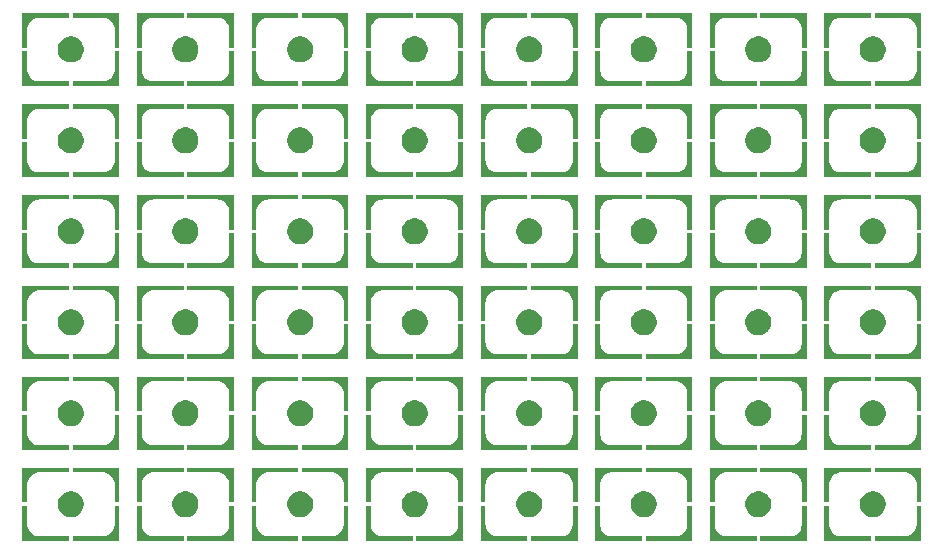
<source format=gtp>
%FSDAX56Y56*%
%MOMM*%
%SFA1B1*%

%IPPOS*%
%LNwcam-mount-stencil-r01-1*%
%LPD*%
G36*
X00020549997Y00021299982D02*
X00020149997D01*
Y00022849992*
X00020145197Y00022947985*
X00020106894Y00023140289*
X00020031887Y00023321391*
X00019922998Y00023484382*
X00019784390Y00023622990*
X00019621398Y00023731880*
X00019440296Y00023806886*
X00019247993Y00023845189*
X00019149999Y00023849990*
X00016599992*
Y00024249989*
X00020549997*
Y00021299982*
G37*
G36*
X00016299992Y00023849990D02*
X00013749985D01*
X00013651992Y00023845189*
X00013459688Y00023806886*
X00013278586Y00023731880*
X00013115594Y00023622990*
X00012976987Y00023484382*
X00012868097Y00023321391*
X00012793091Y00023140289*
X00012754787Y00022947985*
X00012749987Y00022849992*
Y00021299982*
X00012349988*
Y00024249989*
X00016299992*
Y00023849990*
G37*
G36*
X00010849991Y00021299982D02*
X00010449991D01*
Y00022849992*
X00010445191Y00022947985*
X00010406888Y00023140289*
X00010331881Y00023321391*
X00010222992Y00023484382*
X00010084384Y00023622990*
X00009921392Y00023731880*
X00009740290Y00023806886*
X00009547987Y00023845189*
X00009449993Y00023849990*
X00006899986*
Y00024249989*
X00010849991*
Y00021299982*
G37*
G36*
X00006599986Y00023849990D02*
X00004049979D01*
X00003951986Y00023845189*
X00003759682Y00023806886*
X00003578580Y00023731880*
X00003415588Y00023622990*
X00003276981Y00023484382*
X00003168091Y00023321391*
X00003093085Y00023140289*
X00003054781Y00022947985*
X00003049981Y00022849992*
Y00021299982*
X00002649982*
Y00024249989*
X00006599986*
Y00023849990*
G37*
G36*
X00016770883Y00022207677D02*
X00016971086Y00022124797D01*
X00017151197Y00022004375*
X00017304385Y00021851188*
X00017424781Y00021670975*
X00017507686Y00021470899*
X00017549977Y00021258276*
Y00021149995*
Y00021041690*
X00017507686Y00020829092*
X00017424781Y00020628991*
X00017304385Y00020448778*
X00017151197Y00020295590*
X00016971086Y00020175194*
X00016770883Y00020092289*
X00016558285Y00020049998*
X00016341699*
X00016129076Y00020092289*
X00015928975Y00020175194*
X00015748787Y00020295590*
X00015595600Y00020448778*
X00015475178Y00020628991*
X00015392298Y00020829092*
X00015349982Y00021041690*
Y00021149995*
Y00021258276*
X00015392298Y00021470899*
X00015475178Y00021670975*
X00015595600Y00021851188*
X00015748787Y00022004375*
X00015928975Y00022124797*
X00016129076Y00022207677*
X00016341699Y00022249993*
X00016558285*
X00016770883Y00022207677*
G37*
G36*
X00007070877D02*
X00007270978Y00022124797D01*
X00007451191Y00022004375*
X00007604379Y00021851188*
X00007724775Y00021670975*
X00007807680Y00021470899*
X00007849997Y00021258276*
Y00021149995*
Y00021041690*
X00007807680Y00020829092*
X00007724775Y00020628991*
X00007604379Y00020448778*
X00007451191Y00020295590*
X00007270978Y00020175194*
X00007070877Y00020092289*
X00006858279Y00020049998*
X00006641693*
X00006429095Y00020092289*
X00006228994Y00020175194*
X00006048781Y00020295590*
X00005895594Y00020448778*
X00005775198Y00020628991*
X00005692292Y00020829092*
X00005649976Y00021041690*
Y00021149995*
Y00021258276*
X00005692292Y00021470899*
X00005775198Y00021670975*
X00005895594Y00021851188*
X00006048781Y00022004375*
X00006228994Y00022124797*
X00006429095Y00022207677*
X00006641693Y00022249993*
X00006858279*
X00007070877Y00022207677*
G37*
G36*
X00020549997Y00018049976D02*
X00016599992D01*
Y00018449975*
X00019149999*
X00019247993Y00018454776*
X00019440296Y00018493079*
X00019621398Y00018568085*
X00019784390Y00018676975*
X00019922998Y00018815583*
X00020031887Y00018978575*
X00020106894Y00019159677*
X00020145197Y00019351980*
X00020149997Y00019449999*
Y00020999983*
X00020549997*
Y00018049976*
G37*
G36*
X00012749987Y00019449999D02*
X00012754787Y00019351980D01*
X00012793091Y00019159677*
X00012868097Y00018978575*
X00012976987Y00018815583*
X00013115594Y00018676975*
X00013278586Y00018568085*
X00013459688Y00018493079*
X00013651992Y00018454776*
X00013749985Y00018449975*
X00016299992*
Y00018049976*
X00012349988*
Y00020999983*
X00012749987*
Y00019449999*
G37*
G36*
X00010849991Y00018049976D02*
X00006899986D01*
Y00018449975*
X00009449993*
X00009547987Y00018454776*
X00009740290Y00018493079*
X00009921392Y00018568085*
X00010084384Y00018676975*
X00010222992Y00018815583*
X00010331881Y00018978575*
X00010406888Y00019159677*
X00010445191Y00019351980*
X00010449991Y00019449999*
Y00020999983*
X00010849991*
Y00018049976*
G37*
G36*
X00003049981Y00019449999D02*
X00003054781Y00019351980D01*
X00003093085Y00019159677*
X00003168091Y00018978575*
X00003276981Y00018815583*
X00003415588Y00018676975*
X00003578580Y00018568085*
X00003759682Y00018493079*
X00003951986Y00018454776*
X00004049979Y00018449975*
X00006599986*
Y00018049976*
X00002649982*
Y00020999983*
X00003049981*
Y00019449999*
G37*
G36*
X00020549997Y00013599998D02*
X00020149997D01*
Y00015149982*
X00020145197Y00015247975*
X00020106894Y00015440279*
X00020031887Y00015621381*
X00019922998Y00015784398*
X00019784390Y00015922980*
X00019621398Y00016031895*
X00019440296Y00016106876*
X00019247993Y00016145179*
X00019149999Y00016149980*
X00016599992*
Y00016549979*
X00020549997*
Y00013599998*
G37*
G36*
X00016299992Y00016149980D02*
X00013749985D01*
X00013651992Y00016145179*
X00013459688Y00016106876*
X00013278586Y00016031895*
X00013115594Y00015922980*
X00012976987Y00015784398*
X00012868097Y00015621381*
X00012793091Y00015440279*
X00012754787Y00015247975*
X00012749987Y00015149982*
Y00013599998*
X00012349988*
Y00016549979*
X00016299992*
Y00016149980*
G37*
G36*
X00010849991Y00013599998D02*
X00010449991D01*
Y00015149982*
X00010445191Y00015247975*
X00010406888Y00015440279*
X00010331881Y00015621381*
X00010222992Y00015784398*
X00010084384Y00015922980*
X00009921392Y00016031895*
X00009740290Y00016106876*
X00009547987Y00016145179*
X00009449993Y00016149980*
X00006899986*
Y00016549979*
X00010849991*
Y00013599998*
G37*
G36*
X00006599986Y00016149980D02*
X00004049979D01*
X00003951986Y00016145179*
X00003759682Y00016106876*
X00003578580Y00016031895*
X00003415588Y00015922980*
X00003276981Y00015784398*
X00003168091Y00015621381*
X00003093085Y00015440279*
X00003054781Y00015247975*
X00003049981Y00015149982*
Y00013599998*
X00002649982*
Y00016549979*
X00006599986*
Y00016149980*
G37*
G36*
X00016770883Y00014507692D02*
X00016971086Y00014424787D01*
X00017151197Y00014304391*
X00017304385Y00014151178*
X00017424781Y00013971092*
X00017507686Y00013770889*
X00017549977Y00013558291*
Y00013449985*
Y00013341680*
X00017507686Y00013129082*
X00017424781Y00012928981*
X00017304385Y00012748793*
X00017151197Y00012595580*
X00016971086Y00012475184*
X00016770883Y00012392279*
X00016558285Y00012349988*
X00016341699*
X00016129076Y00012392279*
X00015928975Y00012475184*
X00015748787Y00012595580*
X00015595600Y00012748793*
X00015475178Y00012928981*
X00015392298Y00013129082*
X00015349982Y00013341680*
Y00013449985*
Y00013558291*
X00015392298Y00013770889*
X00015475178Y00013971092*
X00015595600Y00014151178*
X00015748787Y00014304391*
X00015928975Y00014424787*
X00016129076Y00014507692*
X00016341699Y00014549983*
X00016558285*
X00016770883Y00014507692*
G37*
G36*
X00007070877D02*
X00007270978Y00014424787D01*
X00007451191Y00014304391*
X00007604379Y00014151178*
X00007724775Y00013971092*
X00007807680Y00013770889*
X00007849997Y00013558291*
Y00013449985*
Y00013341680*
X00007807680Y00013129082*
X00007724775Y00012928981*
X00007604379Y00012748793*
X00007451191Y00012595580*
X00007270978Y00012475184*
X00007070877Y00012392279*
X00006858279Y00012349988*
X00006641693*
X00006429095Y00012392279*
X00006228994Y00012475184*
X00006048781Y00012595580*
X00005895594Y00012748793*
X00005775198Y00012928981*
X00005692292Y00013129082*
X00005649976Y00013341680*
Y00013449985*
Y00013558291*
X00005692292Y00013770889*
X00005775198Y00013971092*
X00005895594Y00014151178*
X00006048781Y00014304391*
X00006228994Y00014424787*
X00006429095Y00014507692*
X00006641693Y00014549983*
X00006858279*
X00007070877Y00014507692*
G37*
G36*
X00020549997Y00010349992D02*
X00016599992D01*
Y00010749991*
X00019149999*
X00019247993Y00010754791*
X00019440296Y00010793095*
X00019621398Y00010868075*
X00019784390Y00010976991*
X00019922998Y00011115598*
X00020031887Y00011278590*
X00020106894Y00011459692*
X00020145197Y00011651996*
X00020149997Y00011749989*
Y00013299998*
X00020549997*
Y00010349992*
G37*
G36*
X00012749987Y00011749989D02*
X00012754787Y00011651996D01*
X00012793091Y00011459692*
X00012868097Y00011278590*
X00012976987Y00011115598*
X00013115594Y00010976991*
X00013278586Y00010868075*
X00013459688Y00010793095*
X00013651992Y00010754791*
X00013749985Y00010749991*
X00016299992*
Y00010349992*
X00012349988*
Y00013299998*
X00012749987*
Y00011749989*
G37*
G36*
X00010849991Y00010349992D02*
X00006899986D01*
Y00010749991*
X00009449993*
X00009547987Y00010754791*
X00009740290Y00010793095*
X00009921392Y00010868075*
X00010084384Y00010976991*
X00010222992Y00011115598*
X00010331881Y00011278590*
X00010406888Y00011459692*
X00010445191Y00011651996*
X00010449991Y00011749989*
Y00013299998*
X00010849991*
Y00010349992*
G37*
G36*
X00003049981Y00011749989D02*
X00003054781Y00011651996D01*
X00003093085Y00011459692*
X00003168091Y00011278590*
X00003276981Y00011115598*
X00003415588Y00010976991*
X00003578580Y00010868075*
X00003759682Y00010793095*
X00003951986Y00010754791*
X00004049979Y00010749991*
X00006599986*
Y00010349992*
X00002649982*
Y00013299998*
X00003049981*
Y00011749989*
G37*
G36*
X00020549997Y00005899988D02*
X00020149997D01*
Y00007449997*
X00020145197Y00007547991*
X00020106894Y00007740294*
X00020031887Y00007921396*
X00019922998Y00008084388*
X00019784390Y00008222996*
X00019621398Y00008331885*
X00019440296Y00008406892*
X00019247993Y00008445195*
X00019149999Y00008449995*
X00016599992*
Y00008849995*
X00020549997*
Y00005899988*
G37*
G36*
X00016299992Y00008449995D02*
X00013749985D01*
X00013651992Y00008445195*
X00013459688Y00008406892*
X00013278586Y00008331885*
X00013115594Y00008222996*
X00012976987Y00008084388*
X00012868097Y00007921396*
X00012793091Y00007740294*
X00012754787Y00007547991*
X00012749987Y00007449997*
Y00005899988*
X00012349988*
Y00008849995*
X00016299992*
Y00008449995*
G37*
G36*
X00010849991Y00005899988D02*
X00010449991D01*
Y00007449997*
X00010445191Y00007547991*
X00010406888Y00007740294*
X00010331881Y00007921396*
X00010222992Y00008084388*
X00010084384Y00008222996*
X00009921392Y00008331885*
X00009740290Y00008406892*
X00009547987Y00008445195*
X00009449993Y00008449995*
X00006899986*
Y00008849995*
X00010849991*
Y00005899988*
G37*
G36*
X00006599986Y00008449995D02*
X00004049979D01*
X00003951986Y00008445195*
X00003759682Y00008406892*
X00003578580Y00008331885*
X00003415588Y00008222996*
X00003276981Y00008084388*
X00003168091Y00007921396*
X00003093085Y00007740294*
X00003054781Y00007547991*
X00003049981Y00007449997*
Y00005899988*
X00002649982*
Y00008849995*
X00006599986*
Y00008449995*
G37*
G36*
X00016770883Y00006807682D02*
X00016971086Y00006724777D01*
X00017151197Y00006604381*
X00017304385Y00006451193*
X00017424781Y00006270980*
X00017507686Y00006070879*
X00017549977Y00005858281*
Y00005749975*
Y00005641695*
X00017507686Y00005429097*
X00017424781Y00005228996*
X00017304385Y00005048783*
X00017151197Y00004895596*
X00016971086Y00004775200*
X00016770883Y00004692294*
X00016558285Y00004649978*
X00016341699*
X00016129076Y00004692294*
X00015928975Y00004775200*
X00015748787Y00004895596*
X00015595600Y00005048783*
X00015475178Y00005228996*
X00015392298Y00005429097*
X00015349982Y00005641695*
Y00005749975*
Y00005858281*
X00015392298Y00006070879*
X00015475178Y00006270980*
X00015595600Y00006451193*
X00015748787Y00006604381*
X00015928975Y00006724777*
X00016129076Y00006807682*
X00016341699Y00006849999*
X00016558285*
X00016770883Y00006807682*
G37*
G36*
X00007070877D02*
X00007270978Y00006724777D01*
X00007451191Y00006604381*
X00007604379Y00006451193*
X00007724775Y00006270980*
X00007807680Y00006070879*
X00007849997Y00005858281*
Y00005749975*
Y00005641695*
X00007807680Y00005429097*
X00007724775Y00005228996*
X00007604379Y00005048783*
X00007451191Y00004895596*
X00007270978Y00004775200*
X00007070877Y00004692294*
X00006858279Y00004649978*
X00006641693*
X00006429095Y00004692294*
X00006228994Y00004775200*
X00006048781Y00004895596*
X00005895594Y00005048783*
X00005775198Y00005228996*
X00005692292Y00005429097*
X00005649976Y00005641695*
Y00005749975*
Y00005858281*
X00005692292Y00006070879*
X00005775198Y00006270980*
X00005895594Y00006451193*
X00006048781Y00006604381*
X00006228994Y00006724777*
X00006429095Y00006807682*
X00006641693Y00006849999*
X00006858279*
X00007070877Y00006807682*
G37*
G36*
X00020549997Y00002649982D02*
X00016599992D01*
Y00003049981*
X00019149999*
X00019247993Y00003054781*
X00019440296Y00003093085*
X00019621398Y00003168091*
X00019784390Y00003276981*
X00019922998Y00003415588*
X00020031887Y00003578580*
X00020106894Y00003759682*
X00020145197Y00003951986*
X00020149997Y00004049979*
Y00005599988*
X00020549997*
Y00002649982*
G37*
G36*
X00012749987Y00004049979D02*
X00012754787Y00003951986D01*
X00012793091Y00003759682*
X00012868097Y00003578580*
X00012976987Y00003415588*
X00013115594Y00003276981*
X00013278586Y00003168091*
X00013459688Y00003093085*
X00013651992Y00003054781*
X00013749985Y00003049981*
X00016299992*
Y00002649982*
X00012349988*
Y00005599988*
X00012749987*
Y00004049979*
G37*
G36*
X00010849991Y00002649982D02*
X00006899986D01*
Y00003049981*
X00009449993*
X00009547987Y00003054781*
X00009740290Y00003093085*
X00009921392Y00003168091*
X00010084384Y00003276981*
X00010222992Y00003415588*
X00010331881Y00003578580*
X00010406888Y00003759682*
X00010445191Y00003951986*
X00010449991Y00004049979*
Y00005599988*
X00010849991*
Y00002649982*
G37*
G36*
X00003049981Y00004049979D02*
X00003054781Y00003951986D01*
X00003093085Y00003759682*
X00003168091Y00003578580*
X00003276981Y00003415588*
X00003415588Y00003276981*
X00003578580Y00003168091*
X00003759682Y00003093085*
X00003951986Y00003054781*
X00004049979Y00003049981*
X00006599986*
Y00002649982*
X00002649982*
Y00005599988*
X00003049981*
Y00004049979*
G37*
G36*
X00039949983Y00021299982D02*
X00039549984D01*
Y00022849992*
X00039545183Y00022947985*
X00039506880Y00023140289*
X00039431899Y00023321391*
X00039322984Y00023484382*
X00039184376Y00023622990*
X00039021385Y00023731880*
X00038840283Y00023806886*
X00038647979Y00023845189*
X00038549986Y00023849990*
X00035999978*
Y00024249989*
X00039949983*
Y00021299982*
G37*
G36*
X00035699979Y00023849990D02*
X00033149997D01*
X00033051978Y00023845189*
X00032859675Y00023806886*
X00032678598Y00023731880*
X00032515581Y00023622990*
X00032376999Y00023484382*
X00032268083Y00023321391*
X00032193077Y00023140289*
X00032154799Y00022947985*
X00032149999Y00022849992*
Y00021299982*
X00031750000*
Y00024249989*
X00035699979*
Y00023849990*
G37*
G36*
X00030249977Y00021299982D02*
X00029849978D01*
Y00022849992*
X00029845177Y00022947985*
X00029806900Y00023140289*
X00029731893Y00023321391*
X00029622978Y00023484382*
X00029484396Y00023622990*
X00029321379Y00023731880*
X00029140277Y00023806886*
X00028947999Y00023845189*
X00028849980Y00023849990*
X00026299998*
Y00024249989*
X00030249977*
Y00021299982*
G37*
G36*
X00025999998Y00023849990D02*
X00023449991D01*
X00023351998Y00023845189*
X00023159694Y00023806886*
X00022978592Y00023731880*
X00022815575Y00023622990*
X00022676993Y00023484382*
X00022568077Y00023321391*
X00022493097Y00023140289*
X00022454793Y00022947985*
X00022449993Y00022849992*
Y00021299982*
X00022049994*
Y00024249989*
X00025999998*
Y00023849990*
G37*
G36*
X00036170895Y00022207677D02*
X00036371098Y00022124797D01*
X00036551184Y00022004375*
X00036704397Y00021851188*
X00036824793Y00021670975*
X00036907698Y00021470899*
X00036949989Y00021258276*
Y00021149995*
Y00021041690*
X00036907698Y00020829092*
X00036824793Y00020628991*
X00036704397Y00020448778*
X00036551184Y00020295590*
X00036371098Y00020175194*
X00036170895Y00020092289*
X00035958297Y00020049998*
X00035741686*
X00035529088Y00020092289*
X00035328885Y00020175194*
X00035148799Y00020295590*
X00034995586Y00020448778*
X00034875190Y00020628991*
X00034792285Y00020829092*
X00034749994Y00021041690*
Y00021149995*
Y00021258276*
X00034792285Y00021470899*
X00034875190Y00021670975*
X00034995586Y00021851188*
X00035148799Y00022004375*
X00035328885Y00022124797*
X00035529088Y00022207677*
X00035741686Y00022249993*
X00035958297*
X00036170895Y00022207677*
G37*
G36*
X00026470889D02*
X00026670990Y00022124797D01*
X00026851178Y00022004375*
X00027004391Y00021851188*
X00027124787Y00021670975*
X00027207692Y00021470899*
X00027249983Y00021258276*
Y00021149995*
Y00021041690*
X00027207692Y00020829092*
X00027124787Y00020628991*
X00027004391Y00020448778*
X00026851178Y00020295590*
X00026670990Y00020175194*
X00026470889Y00020092289*
X00026258291Y00020049998*
X00026041680*
X00025829082Y00020092289*
X00025628981Y00020175194*
X00025448793Y00020295590*
X00025295580Y00020448778*
X00025175184Y00020628991*
X00025092279Y00020829092*
X00025049988Y00021041690*
Y00021149995*
Y00021258276*
X00025092279Y00021470899*
X00025175184Y00021670975*
X00025295580Y00021851188*
X00025448793Y00022004375*
X00025628981Y00022124797*
X00025829082Y00022207677*
X00026041680Y00022249993*
X00026258291*
X00026470889Y00022207677*
G37*
G36*
X00039949983Y00018049976D02*
X00035999978D01*
Y00018449975*
X00038549986*
X00038647979Y00018454776*
X00038840283Y00018493079*
X00039021385Y00018568085*
X00039184376Y00018676975*
X00039322984Y00018815583*
X00039431899Y00018978575*
X00039506880Y00019159677*
X00039545183Y00019351980*
X00039549984Y00019449999*
Y00020999983*
X00039949983*
Y00018049976*
G37*
G36*
X00032149999Y00019449999D02*
X00032154799Y00019351980D01*
X00032193077Y00019159677*
X00032268083Y00018978575*
X00032376999Y00018815583*
X00032515581Y00018676975*
X00032678598Y00018568085*
X00032859675Y00018493079*
X00033051978Y00018454776*
X00033149997Y00018449975*
X00035699979*
Y00018049976*
X00031750000*
Y00020999983*
X00032149999*
Y00019449999*
G37*
G36*
X00030249977Y00018049976D02*
X00026299998D01*
Y00018449975*
X00028849980*
X00028947999Y00018454776*
X00029140277Y00018493079*
X00029321379Y00018568085*
X00029484396Y00018676975*
X00029622978Y00018815583*
X00029731893Y00018978575*
X00029806900Y00019159677*
X00029845177Y00019351980*
X00029849978Y00019449999*
Y00020999983*
X00030249977*
Y00018049976*
G37*
G36*
X00022449993Y00019449999D02*
X00022454793Y00019351980D01*
X00022493097Y00019159677*
X00022568077Y00018978575*
X00022676993Y00018815583*
X00022815575Y00018676975*
X00022978592Y00018568085*
X00023159694Y00018493079*
X00023351998Y00018454776*
X00023449991Y00018449975*
X00025999998*
Y00018049976*
X00022049994*
Y00020999983*
X00022449993*
Y00019449999*
G37*
G36*
X00039949983Y00013599998D02*
X00039549984D01*
Y00015149982*
X00039545183Y00015247975*
X00039506880Y00015440279*
X00039431899Y00015621381*
X00039322984Y00015784398*
X00039184376Y00015922980*
X00039021385Y00016031895*
X00038840283Y00016106876*
X00038647979Y00016145179*
X00038549986Y00016149980*
X00035999978*
Y00016549979*
X00039949983*
Y00013599998*
G37*
G36*
X00035699979Y00016149980D02*
X00033149997D01*
X00033051978Y00016145179*
X00032859675Y00016106876*
X00032678598Y00016031895*
X00032515581Y00015922980*
X00032376999Y00015784398*
X00032268083Y00015621381*
X00032193077Y00015440279*
X00032154799Y00015247975*
X00032149999Y00015149982*
Y00013599998*
X00031750000*
Y00016549979*
X00035699979*
Y00016149980*
G37*
G36*
X00030249977Y00013599998D02*
X00029849978D01*
Y00015149982*
X00029845177Y00015247975*
X00029806900Y00015440279*
X00029731893Y00015621381*
X00029622978Y00015784398*
X00029484396Y00015922980*
X00029321379Y00016031895*
X00029140277Y00016106876*
X00028947999Y00016145179*
X00028849980Y00016149980*
X00026299998*
Y00016549979*
X00030249977*
Y00013599998*
G37*
G36*
X00025999998Y00016149980D02*
X00023449991D01*
X00023351998Y00016145179*
X00023159694Y00016106876*
X00022978592Y00016031895*
X00022815575Y00015922980*
X00022676993Y00015784398*
X00022568077Y00015621381*
X00022493097Y00015440279*
X00022454793Y00015247975*
X00022449993Y00015149982*
Y00013599998*
X00022049994*
Y00016549979*
X00025999998*
Y00016149980*
G37*
G36*
X00036170895Y00014507692D02*
X00036371098Y00014424787D01*
X00036551184Y00014304391*
X00036704397Y00014151178*
X00036824793Y00013971092*
X00036907698Y00013770889*
X00036949989Y00013558291*
Y00013449985*
Y00013341680*
X00036907698Y00013129082*
X00036824793Y00012928981*
X00036704397Y00012748793*
X00036551184Y00012595580*
X00036371098Y00012475184*
X00036170895Y00012392279*
X00035958297Y00012349988*
X00035741686*
X00035529088Y00012392279*
X00035328885Y00012475184*
X00035148799Y00012595580*
X00034995586Y00012748793*
X00034875190Y00012928981*
X00034792285Y00013129082*
X00034749994Y00013341680*
Y00013449985*
Y00013558291*
X00034792285Y00013770889*
X00034875190Y00013971092*
X00034995586Y00014151178*
X00035148799Y00014304391*
X00035328885Y00014424787*
X00035529088Y00014507692*
X00035741686Y00014549983*
X00035958297*
X00036170895Y00014507692*
G37*
G36*
X00026470889D02*
X00026670990Y00014424787D01*
X00026851178Y00014304391*
X00027004391Y00014151178*
X00027124787Y00013971092*
X00027207692Y00013770889*
X00027249983Y00013558291*
Y00013449985*
Y00013341680*
X00027207692Y00013129082*
X00027124787Y00012928981*
X00027004391Y00012748793*
X00026851178Y00012595580*
X00026670990Y00012475184*
X00026470889Y00012392279*
X00026258291Y00012349988*
X00026041680*
X00025829082Y00012392279*
X00025628981Y00012475184*
X00025448793Y00012595580*
X00025295580Y00012748793*
X00025175184Y00012928981*
X00025092279Y00013129082*
X00025049988Y00013341680*
Y00013449985*
Y00013558291*
X00025092279Y00013770889*
X00025175184Y00013971092*
X00025295580Y00014151178*
X00025448793Y00014304391*
X00025628981Y00014424787*
X00025829082Y00014507692*
X00026041680Y00014549983*
X00026258291*
X00026470889Y00014507692*
G37*
G36*
X00039949983Y00010349992D02*
X00035999978D01*
Y00010749991*
X00038549986*
X00038647979Y00010754791*
X00038840283Y00010793095*
X00039021385Y00010868075*
X00039184376Y00010976991*
X00039322984Y00011115598*
X00039431899Y00011278590*
X00039506880Y00011459692*
X00039545183Y00011651996*
X00039549984Y00011749989*
Y00013299998*
X00039949983*
Y00010349992*
G37*
G36*
X00032149999Y00011749989D02*
X00032154799Y00011651996D01*
X00032193077Y00011459692*
X00032268083Y00011278590*
X00032376999Y00011115598*
X00032515581Y00010976991*
X00032678598Y00010868075*
X00032859675Y00010793095*
X00033051978Y00010754791*
X00033149997Y00010749991*
X00035699979*
Y00010349992*
X00031750000*
Y00013299998*
X00032149999*
Y00011749989*
G37*
G36*
X00030249977Y00010349992D02*
X00026299998D01*
Y00010749991*
X00028849980*
X00028947999Y00010754791*
X00029140277Y00010793095*
X00029321379Y00010868075*
X00029484396Y00010976991*
X00029622978Y00011115598*
X00029731893Y00011278590*
X00029806900Y00011459692*
X00029845177Y00011651996*
X00029849978Y00011749989*
Y00013299998*
X00030249977*
Y00010349992*
G37*
G36*
X00022449993Y00011749989D02*
X00022454793Y00011651996D01*
X00022493097Y00011459692*
X00022568077Y00011278590*
X00022676993Y00011115598*
X00022815575Y00010976991*
X00022978592Y00010868075*
X00023159694Y00010793095*
X00023351998Y00010754791*
X00023449991Y00010749991*
X00025999998*
Y00010349992*
X00022049994*
Y00013299998*
X00022449993*
Y00011749989*
G37*
G36*
X00039949983Y00005899988D02*
X00039549984D01*
Y00007449997*
X00039545183Y00007547991*
X00039506880Y00007740294*
X00039431899Y00007921396*
X00039322984Y00008084388*
X00039184376Y00008222996*
X00039021385Y00008331885*
X00038840283Y00008406892*
X00038647979Y00008445195*
X00038549986Y00008449995*
X00035999978*
Y00008849995*
X00039949983*
Y00005899988*
G37*
G36*
X00035699979Y00008449995D02*
X00033149997D01*
X00033051978Y00008445195*
X00032859675Y00008406892*
X00032678598Y00008331885*
X00032515581Y00008222996*
X00032376999Y00008084388*
X00032268083Y00007921396*
X00032193077Y00007740294*
X00032154799Y00007547991*
X00032149999Y00007449997*
Y00005899988*
X00031750000*
Y00008849995*
X00035699979*
Y00008449995*
G37*
G36*
X00030249977Y00005899988D02*
X00029849978D01*
Y00007449997*
X00029845177Y00007547991*
X00029806900Y00007740294*
X00029731893Y00007921396*
X00029622978Y00008084388*
X00029484396Y00008222996*
X00029321379Y00008331885*
X00029140277Y00008406892*
X00028947999Y00008445195*
X00028849980Y00008449995*
X00026299998*
Y00008849995*
X00030249977*
Y00005899988*
G37*
G36*
X00025999998Y00008449995D02*
X00023449991D01*
X00023351998Y00008445195*
X00023159694Y00008406892*
X00022978592Y00008331885*
X00022815575Y00008222996*
X00022676993Y00008084388*
X00022568077Y00007921396*
X00022493097Y00007740294*
X00022454793Y00007547991*
X00022449993Y00007449997*
Y00005899988*
X00022049994*
Y00008849995*
X00025999998*
Y00008449995*
G37*
G36*
X00036170895Y00006807682D02*
X00036371098Y00006724777D01*
X00036551184Y00006604381*
X00036704397Y00006451193*
X00036824793Y00006270980*
X00036907698Y00006070879*
X00036949989Y00005858281*
Y00005749975*
Y00005641695*
X00036907698Y00005429097*
X00036824793Y00005228996*
X00036704397Y00005048783*
X00036551184Y00004895596*
X00036371098Y00004775200*
X00036170895Y00004692294*
X00035958297Y00004649978*
X00035741686*
X00035529088Y00004692294*
X00035328885Y00004775200*
X00035148799Y00004895596*
X00034995586Y00005048783*
X00034875190Y00005228996*
X00034792285Y00005429097*
X00034749994Y00005641695*
Y00005749975*
Y00005858281*
X00034792285Y00006070879*
X00034875190Y00006270980*
X00034995586Y00006451193*
X00035148799Y00006604381*
X00035328885Y00006724777*
X00035529088Y00006807682*
X00035741686Y00006849999*
X00035958297*
X00036170895Y00006807682*
G37*
G36*
X00026470889D02*
X00026670990Y00006724777D01*
X00026851178Y00006604381*
X00027004391Y00006451193*
X00027124787Y00006270980*
X00027207692Y00006070879*
X00027249983Y00005858281*
Y00005749975*
Y00005641695*
X00027207692Y00005429097*
X00027124787Y00005228996*
X00027004391Y00005048783*
X00026851178Y00004895596*
X00026670990Y00004775200*
X00026470889Y00004692294*
X00026258291Y00004649978*
X00026041680*
X00025829082Y00004692294*
X00025628981Y00004775200*
X00025448793Y00004895596*
X00025295580Y00005048783*
X00025175184Y00005228996*
X00025092279Y00005429097*
X00025049988Y00005641695*
Y00005749975*
Y00005858281*
X00025092279Y00006070879*
X00025175184Y00006270980*
X00025295580Y00006451193*
X00025448793Y00006604381*
X00025628981Y00006724777*
X00025829082Y00006807682*
X00026041680Y00006849999*
X00026258291*
X00026470889Y00006807682*
G37*
G36*
X00039949983Y00002649982D02*
X00035999978D01*
Y00003049981*
X00038549986*
X00038647979Y00003054781*
X00038840283Y00003093085*
X00039021385Y00003168091*
X00039184376Y00003276981*
X00039322984Y00003415588*
X00039431899Y00003578580*
X00039506880Y00003759682*
X00039545183Y00003951986*
X00039549984Y00004049979*
Y00005599988*
X00039949983*
Y00002649982*
G37*
G36*
X00032149999Y00004049979D02*
X00032154799Y00003951986D01*
X00032193077Y00003759682*
X00032268083Y00003578580*
X00032376999Y00003415588*
X00032515581Y00003276981*
X00032678598Y00003168091*
X00032859675Y00003093085*
X00033051978Y00003054781*
X00033149997Y00003049981*
X00035699979*
Y00002649982*
X00031750000*
Y00005599988*
X00032149999*
Y00004049979*
G37*
G36*
X00030249977Y00002649982D02*
X00026299998D01*
Y00003049981*
X00028849980*
X00028947999Y00003054781*
X00029140277Y00003093085*
X00029321379Y00003168091*
X00029484396Y00003276981*
X00029622978Y00003415588*
X00029731893Y00003578580*
X00029806900Y00003759682*
X00029845177Y00003951986*
X00029849978Y00004049979*
Y00005599988*
X00030249977*
Y00002649982*
G37*
G36*
X00022449993Y00004049979D02*
X00022454793Y00003951986D01*
X00022493097Y00003759682*
X00022568077Y00003578580*
X00022676993Y00003415588*
X00022815575Y00003276981*
X00022978592Y00003168091*
X00023159694Y00003093085*
X00023351998Y00003054781*
X00023449991Y00003049981*
X00025999998*
Y00002649982*
X00022049994*
Y00005599988*
X00022449993*
Y00004049979*
G37*
G36*
X00020549997Y00044399987D02*
X00020149997D01*
Y00045949997*
X00020145197Y00046047990*
X00020106894Y00046240293*
X00020031887Y00046421395*
X00019922998Y00046584387*
X00019784390Y00046722995*
X00019621398Y00046831885*
X00019440296Y00046906992*
X00019247993Y00046945194*
X00019149999Y00046949995*
X00016599992*
Y00047349994*
X00020549997*
Y00044399987*
G37*
G36*
X00016299992Y00046949995D02*
X00013749985D01*
X00013651992Y00046945194*
X00013459688Y00046906992*
X00013278586Y00046831885*
X00013115594Y00046722995*
X00012976987Y00046584387*
X00012868097Y00046421395*
X00012793091Y00046240293*
X00012754787Y00046047990*
X00012749987Y00045949997*
Y00044399987*
X00012349988*
Y00047349994*
X00016299992*
Y00046949995*
G37*
G36*
X00010849991Y00044399987D02*
X00010449991D01*
Y00045949997*
X00010445191Y00046047990*
X00010406888Y00046240293*
X00010331881Y00046421395*
X00010222992Y00046584387*
X00010084384Y00046722995*
X00009921392Y00046831885*
X00009740290Y00046906992*
X00009547987Y00046945194*
X00009449993Y00046949995*
X00006899986*
Y00047349994*
X00010849991*
Y00044399987*
G37*
G36*
X00006599986Y00046949995D02*
X00004049979D01*
X00003951986Y00046945194*
X00003759682Y00046906992*
X00003578580Y00046831885*
X00003415588Y00046722995*
X00003276981Y00046584387*
X00003168091Y00046421395*
X00003093085Y00046240293*
X00003054781Y00046047990*
X00003049981Y00045949997*
Y00044399987*
X00002649982*
Y00047349994*
X00006599986*
Y00046949995*
G37*
G36*
X00016770883Y00045307681D02*
X00016971086Y00045224776D01*
X00017151197Y00045104380*
X00017304385Y00044951192*
X00017424781Y00044771081*
X00017507686Y00044570878*
X00017549977Y00044358280*
Y00044249975*
Y00044141694*
X00017507686Y00043929096*
X00017424781Y00043728995*
X00017304385Y00043548782*
X00017151197Y00043395595*
X00016971086Y00043275199*
X00016770883Y00043192293*
X00016558285Y00043149977*
X00016341699*
X00016129076Y00043192293*
X00015928975Y00043275199*
X00015748787Y00043395595*
X00015595600Y00043548782*
X00015475178Y00043728995*
X00015392298Y00043929096*
X00015349982Y00044141694*
Y00044249975*
Y00044358280*
X00015392298Y00044570878*
X00015475178Y00044771081*
X00015595600Y00044951192*
X00015748787Y00045104380*
X00015928975Y00045224776*
X00016129076Y00045307681*
X00016341699Y00045349998*
X00016558285*
X00016770883Y00045307681*
G37*
G36*
X00007070877D02*
X00007270978Y00045224776D01*
X00007451191Y00045104380*
X00007604379Y00044951192*
X00007724775Y00044771081*
X00007807680Y00044570878*
X00007849997Y00044358280*
Y00044249975*
Y00044141694*
X00007807680Y00043929096*
X00007724775Y00043728995*
X00007604379Y00043548782*
X00007451191Y00043395595*
X00007270978Y00043275199*
X00007070877Y00043192293*
X00006858279Y00043149977*
X00006641693*
X00006429095Y00043192293*
X00006228994Y00043275199*
X00006048781Y00043395595*
X00005895594Y00043548782*
X00005775198Y00043728995*
X00005692292Y00043929096*
X00005649976Y00044141694*
Y00044249975*
Y00044358280*
X00005692292Y00044570878*
X00005775198Y00044771081*
X00005895594Y00044951192*
X00006048781Y00045104380*
X00006228994Y00045224776*
X00006429095Y00045307681*
X00006641693Y00045349998*
X00006858279*
X00007070877Y00045307681*
G37*
G36*
X00020549997Y00041149981D02*
X00016599992D01*
Y00041549980*
X00019149999*
X00019247993Y00041554781*
X00019440296Y00041593084*
X00019621398Y00041668090*
X00019784390Y00041776980*
X00019922998Y00041915588*
X00020031887Y00042078579*
X00020106894Y00042259681*
X00020145197Y00042451985*
X00020149997Y00042549978*
Y00044099988*
X00020549997*
Y00041149981*
G37*
G36*
X00012749987Y00042549978D02*
X00012754787Y00042451985D01*
X00012793091Y00042259681*
X00012868097Y00042078579*
X00012976987Y00041915588*
X00013115594Y00041776980*
X00013278586Y00041668090*
X00013459688Y00041593084*
X00013651992Y00041554781*
X00013749985Y00041549980*
X00016299992*
Y00041149981*
X00012349988*
Y00044099988*
X00012749987*
Y00042549978*
G37*
G36*
X00010849991Y00041149981D02*
X00006899986D01*
Y00041549980*
X00009449993*
X00009547987Y00041554781*
X00009740290Y00041593084*
X00009921392Y00041668090*
X00010084384Y00041776980*
X00010222992Y00041915588*
X00010331881Y00042078579*
X00010406888Y00042259681*
X00010445191Y00042451985*
X00010449991Y00042549978*
Y00044099988*
X00010849991*
Y00041149981*
G37*
G36*
X00003049981Y00042549978D02*
X00003054781Y00042451985D01*
X00003093085Y00042259681*
X00003168091Y00042078579*
X00003276981Y00041915588*
X00003415588Y00041776980*
X00003578580Y00041668090*
X00003759682Y00041593084*
X00003951986Y00041554781*
X00004049979Y00041549980*
X00006599986*
Y00041149981*
X00002649982*
Y00044099988*
X00003049981*
Y00042549978*
G37*
G36*
X00020549997Y00036699977D02*
X00020149997D01*
Y00038249987*
X00020145197Y00038347980*
X00020106894Y00038540283*
X00020031887Y00038721385*
X00019922998Y00038884377*
X00019784390Y00039022985*
X00019621398Y00039131875*
X00019440296Y00039206982*
X00019247993Y00039245184*
X00019149999Y00039249985*
X00016599992*
Y00039649984*
X00020549997*
Y00036699977*
G37*
G36*
X00016299992Y00039249985D02*
X00013749985D01*
X00013651992Y00039245184*
X00013459688Y00039206881*
X00013278586Y00039131875*
X00013115594Y00039022985*
X00012976987Y00038884377*
X00012868097Y00038721385*
X00012793091Y00038540283*
X00012754787Y00038347980*
X00012749987Y00038249987*
Y00036699977*
X00012349988*
Y00039649984*
X00016299992*
Y00039249985*
G37*
G36*
X00010849991Y00036699977D02*
X00010449991D01*
Y00038249987*
X00010445191Y00038347980*
X00010406888Y00038540283*
X00010331881Y00038721385*
X00010222992Y00038884377*
X00010084384Y00039022985*
X00009921392Y00039131875*
X00009740290Y00039206982*
X00009547987Y00039245184*
X00009449993Y00039249985*
X00006899986*
Y00039649984*
X00010849991*
Y00036699977*
G37*
G36*
X00006599986Y00039249985D02*
X00004049979D01*
X00003951986Y00039245184*
X00003759682Y00039206881*
X00003578580Y00039131875*
X00003415588Y00039022985*
X00003276981Y00038884377*
X00003168091Y00038721385*
X00003093085Y00038540283*
X00003054781Y00038347980*
X00003049981Y00038249987*
Y00036699977*
X00002649982*
Y00039649984*
X00006599986*
Y00039249985*
G37*
G36*
X00016770883Y00037607697D02*
X00016971086Y00037524791D01*
X00017151197Y00037404395*
X00017304385Y00037251182*
X00017424781Y00037070995*
X00017507686Y00036870894*
X00017549977Y00036658397*
Y00036549990*
Y00036441684*
X00017507686Y00036229086*
X00017424781Y00036028985*
X00017304385Y00035848798*
X00017151197Y00035695585*
X00016971086Y00035575189*
X00016770883Y00035492283*
X00016558285Y00035449992*
X00016341699*
X00016129076Y00035492283*
X00015928975Y00035575189*
X00015748787Y00035695585*
X00015595600Y00035848798*
X00015475178Y00036028985*
X00015392298Y00036229086*
X00015349982Y00036441684*
Y00036549990*
Y00036658397*
X00015392298Y00036870894*
X00015475178Y00037070995*
X00015595600Y00037251182*
X00015748787Y00037404395*
X00015928975Y00037524791*
X00016129076Y00037607697*
X00016341699Y00037649988*
X00016558285*
X00016770883Y00037607697*
G37*
G36*
X00007070877D02*
X00007270978Y00037524791D01*
X00007451191Y00037404395*
X00007604379Y00037251182*
X00007724775Y00037070995*
X00007807680Y00036870894*
X00007849997Y00036658397*
Y00036549990*
Y00036441684*
X00007807680Y00036229086*
X00007724775Y00036028985*
X00007604379Y00035848798*
X00007451191Y00035695585*
X00007270978Y00035575189*
X00007070877Y00035492283*
X00006858279Y00035449992*
X00006641693*
X00006429095Y00035492283*
X00006228994Y00035575189*
X00006048781Y00035695585*
X00005895594Y00035848798*
X00005775198Y00036028985*
X00005692292Y00036229086*
X00005649976Y00036441684*
Y00036549990*
Y00036658397*
X00005692292Y00036870894*
X00005775198Y00037070995*
X00005895594Y00037251182*
X00006048781Y00037404395*
X00006228994Y00037524791*
X00006429095Y00037607697*
X00006641693Y00037649988*
X00006858279*
X00007070877Y00037607697*
G37*
G36*
X00020549997Y00033449996D02*
X00016599992D01*
Y00033849995*
X00019149999*
X00019247993Y00033854796*
X00019440296Y00033893099*
X00019621398Y00033968080*
X00019784390Y00034076995*
X00019922998Y00034215578*
X00020031887Y00034378595*
X00020106894Y00034559697*
X00020145197Y00034751975*
X00020149997Y00034849993*
Y00036399978*
X00020549997*
Y00033449996*
G37*
G36*
X00012749987Y00034849993D02*
X00012754787Y00034751975D01*
X00012793091Y00034559697*
X00012868097Y00034378595*
X00012976987Y00034215578*
X00013115594Y00034076995*
X00013278586Y00033968080*
X00013459688Y00033893099*
X00013651992Y00033854796*
X00013749985Y00033849995*
X00016299992*
Y00033449996*
X00012349988*
Y00036399978*
X00012749987*
Y00034849993*
G37*
G36*
X00010849991Y00033449996D02*
X00006899986D01*
Y00033849995*
X00009449993*
X00009547987Y00033854796*
X00009740290Y00033893099*
X00009921392Y00033968080*
X00010084384Y00034076995*
X00010222992Y00034215578*
X00010331881Y00034378595*
X00010406888Y00034559697*
X00010445191Y00034751975*
X00010449991Y00034849993*
Y00036399978*
X00010849991*
Y00033449996*
G37*
G36*
X00003049981Y00034849993D02*
X00003054781Y00034751975D01*
X00003093085Y00034559697*
X00003168091Y00034378595*
X00003276981Y00034215578*
X00003415588Y00034076995*
X00003578580Y00033968080*
X00003759682Y00033893099*
X00003951986Y00033854796*
X00004049979Y00033849995*
X00006599986*
Y00033449996*
X00002649982*
Y00036399978*
X00003049981*
Y00034849993*
G37*
G36*
X00020549997Y00028999992D02*
X00020149997D01*
Y00030549977*
X00020145197Y00030647995*
X00020106894Y00030840299*
X00020031887Y00031021375*
X00019922998Y00031184392*
X00019784390Y00031322975*
X00019621398Y00031431890*
X00019440296Y00031506896*
X00019247993Y00031545199*
X00019149999Y00031549975*
X00016599992*
Y00031949999*
X00020549997*
Y00028999992*
G37*
G36*
X00016299992Y00031549975D02*
X00013749985D01*
X00013651992Y00031545199*
X00013459688Y00031506896*
X00013278586Y00031431890*
X00013115594Y00031322975*
X00012976987Y00031184392*
X00012868097Y00031021375*
X00012793091Y00030840299*
X00012754787Y00030647995*
X00012749987Y00030549977*
Y00028999992*
X00012349988*
Y00031949999*
X00016299992*
Y00031549975*
G37*
G36*
X00010849991Y00028999992D02*
X00010449991D01*
Y00030549977*
X00010445191Y00030647995*
X00010406888Y00030840299*
X00010331881Y00031021375*
X00010222992Y00031184392*
X00010084384Y00031322975*
X00009921392Y00031431890*
X00009740290Y00031506896*
X00009547987Y00031545199*
X00009449993Y00031549975*
X00006899986*
Y00031949999*
X00010849991*
Y00028999992*
G37*
G36*
X00006599986Y00031549975D02*
X00004049979D01*
X00003951986Y00031545199*
X00003759682Y00031506896*
X00003578580Y00031431890*
X00003415588Y00031322975*
X00003276981Y00031184392*
X00003168091Y00031021375*
X00003093085Y00030840299*
X00003054781Y00030647995*
X00003049981Y00030549977*
Y00028999992*
X00002649982*
Y00031949999*
X00006599986*
Y00031549975*
G37*
G36*
X00016770883Y00029907687D02*
X00016971086Y00029824781D01*
X00017151197Y00029704385*
X00017304385Y00029551198*
X00017424781Y00029370985*
X00017507686Y00029170884*
X00017549977Y00028958286*
Y00028849980*
Y00028741674*
X00017507686Y00028529178*
X00017424781Y00028328975*
X00017304385Y00028148788*
X00017151197Y00027995575*
X00016971086Y00027875179*
X00016770883Y00027792299*
X00016558285Y00027749982*
X00016341699*
X00016129076Y00027792299*
X00015928975Y00027875179*
X00015748787Y00027995575*
X00015595600Y00028148788*
X00015475178Y00028328975*
X00015392298Y00028529178*
X00015349982Y00028741674*
Y00028849980*
Y00028958286*
X00015392298Y00029170884*
X00015475178Y00029370985*
X00015595600Y00029551198*
X00015748787Y00029704385*
X00015928975Y00029824781*
X00016129076Y00029907687*
X00016341699Y00029949978*
X00016558285*
X00016770883Y00029907687*
G37*
G36*
X00007070877D02*
X00007270978Y00029824781D01*
X00007451191Y00029704385*
X00007604379Y00029551198*
X00007724775Y00029370985*
X00007807680Y00029170884*
X00007849997Y00028958286*
Y00028849980*
Y00028741674*
X00007807680Y00028529178*
X00007724775Y00028328975*
X00007604379Y00028148788*
X00007451191Y00027995575*
X00007270978Y00027875179*
X00007070877Y00027792299*
X00006858279Y00027749982*
X00006641693*
X00006429095Y00027792299*
X00006228994Y00027875179*
X00006048781Y00027995575*
X00005895594Y00028148788*
X00005775198Y00028328975*
X00005692292Y00028529178*
X00005649976Y00028741674*
Y00028849980*
Y00028958286*
X00005692292Y00029170884*
X00005775198Y00029370985*
X00005895594Y00029551198*
X00006048781Y00029704385*
X00006228994Y00029824781*
X00006429095Y00029907687*
X00006641693Y00029949978*
X00006858279*
X00007070877Y00029907687*
G37*
G36*
X00020549997Y00025749986D02*
X00016599992D01*
Y00026149985*
X00019149999*
X00019247993Y00026154786*
X00019440296Y00026193089*
X00019621398Y00026268095*
X00019784390Y00026376985*
X00019922998Y00026515593*
X00020031887Y00026678585*
X00020106894Y00026859687*
X00020145197Y00027051990*
X00020149997Y00027149983*
Y00028699993*
X00020549997*
Y00025749986*
G37*
G36*
X00012749987Y00027149983D02*
X00012754787Y00027051990D01*
X00012793091Y00026859687*
X00012868097Y00026678585*
X00012976987Y00026515593*
X00013115594Y00026376985*
X00013278586Y00026268095*
X00013459688Y00026193089*
X00013651992Y00026154786*
X00013749985Y00026149985*
X00016299992*
Y00025749986*
X00012349988*
Y00028699993*
X00012749987*
Y00027149983*
G37*
G36*
X00010849991Y00025749986D02*
X00006899986D01*
Y00026149985*
X00009449993*
X00009547987Y00026154786*
X00009740290Y00026193089*
X00009921392Y00026268095*
X00010084384Y00026376985*
X00010222992Y00026515593*
X00010331881Y00026678585*
X00010406888Y00026859687*
X00010445191Y00027051990*
X00010449991Y00027149983*
Y00028699993*
X00010849991*
Y00025749986*
G37*
G36*
X00003049981Y00027149983D02*
X00003054781Y00027051990D01*
X00003093085Y00026859687*
X00003168091Y00026678585*
X00003276981Y00026515593*
X00003415588Y00026376985*
X00003578580Y00026268095*
X00003759682Y00026193089*
X00003951986Y00026154786*
X00004049979Y00026149985*
X00006599986*
Y00025749986*
X00002649982*
Y00028699993*
X00003049981*
Y00027149983*
G37*
G36*
X00039949983Y00044399987D02*
X00039549984D01*
Y00045949997*
X00039545183Y00046047990*
X00039506880Y00046240293*
X00039431899Y00046421395*
X00039322984Y00046584387*
X00039184376Y00046722995*
X00039021385Y00046831885*
X00038840283Y00046906992*
X00038647979Y00046945194*
X00038549986Y00046949995*
X00035999978*
Y00047349994*
X00039949983*
Y00044399987*
G37*
G36*
X00035699979Y00046949995D02*
X00033149997D01*
X00033051978Y00046945194*
X00032859675Y00046906992*
X00032678598Y00046831885*
X00032515581Y00046722995*
X00032376999Y00046584387*
X00032268083Y00046421395*
X00032193077Y00046240293*
X00032154799Y00046047990*
X00032149999Y00045949997*
Y00044399987*
X00031750000*
Y00047349994*
X00035699979*
Y00046949995*
G37*
G36*
X00030249977Y00044399987D02*
X00029849978D01*
Y00045949997*
X00029845177Y00046047990*
X00029806900Y00046240293*
X00029731893Y00046421395*
X00029622978Y00046584387*
X00029484396Y00046722995*
X00029321379Y00046831885*
X00029140277Y00046906992*
X00028947999Y00046945194*
X00028849980Y00046949995*
X00026299998*
Y00047349994*
X00030249977*
Y00044399987*
G37*
G36*
X00025999998Y00046949995D02*
X00023449991D01*
X00023351998Y00046945194*
X00023159694Y00046906992*
X00022978592Y00046831885*
X00022815575Y00046722995*
X00022676993Y00046584387*
X00022568077Y00046421395*
X00022493097Y00046240293*
X00022454793Y00046047990*
X00022449993Y00045949997*
Y00044399987*
X00022049994*
Y00047349994*
X00025999998*
Y00046949995*
G37*
G36*
X00036170895Y00045307681D02*
X00036371098Y00045224776D01*
X00036551184Y00045104380*
X00036704397Y00044951192*
X00036824793Y00044771081*
X00036907698Y00044570878*
X00036949989Y00044358280*
Y00044249975*
Y00044141694*
X00036907698Y00043929096*
X00036824793Y00043728995*
X00036704397Y00043548782*
X00036551184Y00043395595*
X00036371098Y00043275199*
X00036170895Y00043192293*
X00035958297Y00043149977*
X00035741686*
X00035529088Y00043192293*
X00035328885Y00043275199*
X00035148799Y00043395595*
X00034995586Y00043548782*
X00034875190Y00043728995*
X00034792285Y00043929096*
X00034749994Y00044141694*
Y00044249975*
Y00044358280*
X00034792285Y00044570878*
X00034875190Y00044771081*
X00034995586Y00044951192*
X00035148799Y00045104380*
X00035328885Y00045224776*
X00035529088Y00045307681*
X00035741686Y00045349998*
X00035958297*
X00036170895Y00045307681*
G37*
G36*
X00026470889D02*
X00026670990Y00045224776D01*
X00026851178Y00045104380*
X00027004391Y00044951192*
X00027124787Y00044771081*
X00027207692Y00044570878*
X00027249983Y00044358280*
Y00044249975*
Y00044141694*
X00027207692Y00043929096*
X00027124787Y00043728995*
X00027004391Y00043548782*
X00026851178Y00043395595*
X00026670990Y00043275199*
X00026470889Y00043192293*
X00026258291Y00043149977*
X00026041680*
X00025829082Y00043192293*
X00025628981Y00043275199*
X00025448793Y00043395595*
X00025295580Y00043548782*
X00025175184Y00043728995*
X00025092279Y00043929096*
X00025049988Y00044141694*
Y00044249975*
Y00044358280*
X00025092279Y00044570878*
X00025175184Y00044771081*
X00025295580Y00044951192*
X00025448793Y00045104380*
X00025628981Y00045224776*
X00025829082Y00045307681*
X00026041680Y00045349998*
X00026258291*
X00026470889Y00045307681*
G37*
G36*
X00039949983Y00041149981D02*
X00035999978D01*
Y00041549980*
X00038549986*
X00038647979Y00041554781*
X00038840283Y00041593084*
X00039021385Y00041668090*
X00039184376Y00041776980*
X00039322984Y00041915588*
X00039431899Y00042078579*
X00039506880Y00042259681*
X00039545183Y00042451985*
X00039549984Y00042549978*
Y00044099988*
X00039949983*
Y00041149981*
G37*
G36*
X00032149999Y00042549978D02*
X00032154799Y00042451985D01*
X00032193077Y00042259681*
X00032268083Y00042078579*
X00032376999Y00041915588*
X00032515581Y00041776980*
X00032678598Y00041668090*
X00032859675Y00041593084*
X00033051978Y00041554781*
X00033149997Y00041549980*
X00035699979*
Y00041149981*
X00031750000*
Y00044099988*
X00032149999*
Y00042549978*
G37*
G36*
X00030249977Y00041149981D02*
X00026299998D01*
Y00041549980*
X00028849980*
X00028947999Y00041554781*
X00029140277Y00041593084*
X00029321379Y00041668090*
X00029484396Y00041776980*
X00029622978Y00041915588*
X00029731893Y00042078579*
X00029806900Y00042259681*
X00029845177Y00042451985*
X00029849978Y00042549978*
Y00044099988*
X00030249977*
Y00041149981*
G37*
G36*
X00022449993Y00042549978D02*
X00022454793Y00042451985D01*
X00022493097Y00042259681*
X00022568077Y00042078579*
X00022676993Y00041915588*
X00022815575Y00041776980*
X00022978592Y00041668090*
X00023159694Y00041593084*
X00023351998Y00041554781*
X00023449991Y00041549980*
X00025999998*
Y00041149981*
X00022049994*
Y00044099988*
X00022449993*
Y00042549978*
G37*
G36*
X00039949983Y00036699977D02*
X00039549984D01*
Y00038249987*
X00039545183Y00038347980*
X00039506880Y00038540283*
X00039431899Y00038721385*
X00039322984Y00038884377*
X00039184376Y00039022985*
X00039021385Y00039131875*
X00038840283Y00039206982*
X00038647979Y00039245184*
X00038549986Y00039249985*
X00035999978*
Y00039649984*
X00039949983*
Y00036699977*
G37*
G36*
X00035699979Y00039249985D02*
X00033149997D01*
X00033051978Y00039245184*
X00032859675Y00039206881*
X00032678598Y00039131875*
X00032515581Y00039022985*
X00032376999Y00038884377*
X00032268083Y00038721385*
X00032193077Y00038540283*
X00032154799Y00038347980*
X00032149999Y00038249987*
Y00036699977*
X00031750000*
Y00039649984*
X00035699979*
Y00039249985*
G37*
G36*
X00030249977Y00036699977D02*
X00029849978D01*
Y00038249987*
X00029845177Y00038347980*
X00029806900Y00038540283*
X00029731893Y00038721385*
X00029622978Y00038884377*
X00029484396Y00039022985*
X00029321379Y00039131875*
X00029140277Y00039206982*
X00028947999Y00039245184*
X00028849980Y00039249985*
X00026299998*
Y00039649984*
X00030249977*
Y00036699977*
G37*
G36*
X00025999998Y00039249985D02*
X00023449991D01*
X00023351998Y00039245184*
X00023159694Y00039206881*
X00022978592Y00039131875*
X00022815575Y00039022985*
X00022676993Y00038884377*
X00022568077Y00038721385*
X00022493097Y00038540283*
X00022454793Y00038347980*
X00022449993Y00038249987*
Y00036699977*
X00022049994*
Y00039649984*
X00025999998*
Y00039249985*
G37*
G36*
X00036170895Y00037607697D02*
X00036371098Y00037524791D01*
X00036551184Y00037404395*
X00036704397Y00037251182*
X00036824793Y00037070995*
X00036907698Y00036870894*
X00036949989Y00036658397*
Y00036549990*
Y00036441684*
X00036907698Y00036229086*
X00036824793Y00036028985*
X00036704397Y00035848798*
X00036551184Y00035695585*
X00036371098Y00035575189*
X00036170895Y00035492283*
X00035958297Y00035449992*
X00035741686*
X00035529088Y00035492283*
X00035328885Y00035575189*
X00035148799Y00035695585*
X00034995586Y00035848798*
X00034875190Y00036028985*
X00034792285Y00036229086*
X00034749994Y00036441684*
Y00036549990*
Y00036658397*
X00034792285Y00036870894*
X00034875190Y00037070995*
X00034995586Y00037251182*
X00035148799Y00037404395*
X00035328885Y00037524791*
X00035529088Y00037607697*
X00035741686Y00037649988*
X00035958297*
X00036170895Y00037607697*
G37*
G36*
X00026470889D02*
X00026670990Y00037524791D01*
X00026851178Y00037404395*
X00027004391Y00037251182*
X00027124787Y00037070995*
X00027207692Y00036870894*
X00027249983Y00036658397*
Y00036549990*
Y00036441684*
X00027207692Y00036229086*
X00027124787Y00036028985*
X00027004391Y00035848798*
X00026851178Y00035695585*
X00026670990Y00035575189*
X00026470889Y00035492283*
X00026258291Y00035449992*
X00026041680*
X00025829082Y00035492283*
X00025628981Y00035575189*
X00025448793Y00035695585*
X00025295580Y00035848798*
X00025175184Y00036028985*
X00025092279Y00036229086*
X00025049988Y00036441684*
Y00036549990*
Y00036658397*
X00025092279Y00036870894*
X00025175184Y00037070995*
X00025295580Y00037251182*
X00025448793Y00037404395*
X00025628981Y00037524791*
X00025829082Y00037607697*
X00026041680Y00037649988*
X00026258291*
X00026470889Y00037607697*
G37*
G36*
X00039949983Y00033449996D02*
X00035999978D01*
Y00033849995*
X00038549986*
X00038647979Y00033854796*
X00038840283Y00033893099*
X00039021385Y00033968080*
X00039184376Y00034076995*
X00039322984Y00034215578*
X00039431899Y00034378595*
X00039506880Y00034559697*
X00039545183Y00034751975*
X00039549984Y00034849993*
Y00036399978*
X00039949983*
Y00033449996*
G37*
G36*
X00032149999Y00034849993D02*
X00032154799Y00034751975D01*
X00032193077Y00034559697*
X00032268083Y00034378595*
X00032376999Y00034215578*
X00032515581Y00034076995*
X00032678598Y00033968080*
X00032859675Y00033893099*
X00033051978Y00033854796*
X00033149997Y00033849995*
X00035699979*
Y00033449996*
X00031750000*
Y00036399978*
X00032149999*
Y00034849993*
G37*
G36*
X00030249977Y00033449996D02*
X00026299998D01*
Y00033849995*
X00028849980*
X00028947999Y00033854796*
X00029140277Y00033893099*
X00029321379Y00033968080*
X00029484396Y00034076995*
X00029622978Y00034215578*
X00029731893Y00034378595*
X00029806900Y00034559697*
X00029845177Y00034751975*
X00029849978Y00034849993*
Y00036399978*
X00030249977*
Y00033449996*
G37*
G36*
X00022449993Y00034849993D02*
X00022454793Y00034751975D01*
X00022493097Y00034559697*
X00022568077Y00034378595*
X00022676993Y00034215578*
X00022815575Y00034076995*
X00022978592Y00033968080*
X00023159694Y00033893099*
X00023351998Y00033854796*
X00023449991Y00033849995*
X00025999998*
Y00033449996*
X00022049994*
Y00036399978*
X00022449993*
Y00034849993*
G37*
G36*
X00039949983Y00028999992D02*
X00039549984D01*
Y00030549977*
X00039545183Y00030647995*
X00039506880Y00030840299*
X00039431899Y00031021375*
X00039322984Y00031184392*
X00039184376Y00031322975*
X00039021385Y00031431890*
X00038840283Y00031506896*
X00038647979Y00031545199*
X00038549986Y00031549975*
X00035999978*
Y00031949999*
X00039949983*
Y00028999992*
G37*
G36*
X00035699979Y00031549975D02*
X00033149997D01*
X00033051978Y00031545199*
X00032859675Y00031506896*
X00032678598Y00031431890*
X00032515581Y00031322975*
X00032376999Y00031184392*
X00032268083Y00031021375*
X00032193077Y00030840299*
X00032154799Y00030647995*
X00032149999Y00030549977*
Y00028999992*
X00031750000*
Y00031949999*
X00035699979*
Y00031549975*
G37*
G36*
X00030249977Y00028999992D02*
X00029849978D01*
Y00030549977*
X00029845177Y00030647995*
X00029806900Y00030840299*
X00029731893Y00031021375*
X00029622978Y00031184392*
X00029484396Y00031322975*
X00029321379Y00031431890*
X00029140277Y00031506896*
X00028947999Y00031545199*
X00028849980Y00031549975*
X00026299998*
Y00031949999*
X00030249977*
Y00028999992*
G37*
G36*
X00025999998Y00031549975D02*
X00023449991D01*
X00023351998Y00031545199*
X00023159694Y00031506896*
X00022978592Y00031431890*
X00022815575Y00031322975*
X00022676993Y00031184392*
X00022568077Y00031021375*
X00022493097Y00030840299*
X00022454793Y00030647995*
X00022449993Y00030549977*
Y00028999992*
X00022049994*
Y00031949999*
X00025999998*
Y00031549975*
G37*
G36*
X00036170895Y00029907687D02*
X00036371098Y00029824781D01*
X00036551184Y00029704385*
X00036704397Y00029551198*
X00036824793Y00029370985*
X00036907698Y00029170884*
X00036949989Y00028958286*
Y00028849980*
Y00028741674*
X00036907698Y00028529178*
X00036824793Y00028328975*
X00036704397Y00028148788*
X00036551184Y00027995575*
X00036371098Y00027875179*
X00036170895Y00027792299*
X00035958297Y00027749982*
X00035741686*
X00035529088Y00027792299*
X00035328885Y00027875179*
X00035148799Y00027995575*
X00034995586Y00028148788*
X00034875190Y00028328975*
X00034792285Y00028529178*
X00034749994Y00028741674*
Y00028849980*
Y00028958286*
X00034792285Y00029170884*
X00034875190Y00029370985*
X00034995586Y00029551198*
X00035148799Y00029704385*
X00035328885Y00029824781*
X00035529088Y00029907687*
X00035741686Y00029949978*
X00035958297*
X00036170895Y00029907687*
G37*
G36*
X00026470889D02*
X00026670990Y00029824781D01*
X00026851178Y00029704385*
X00027004391Y00029551198*
X00027124787Y00029370985*
X00027207692Y00029170884*
X00027249983Y00028958286*
Y00028849980*
Y00028741674*
X00027207692Y00028529178*
X00027124787Y00028328975*
X00027004391Y00028148788*
X00026851178Y00027995575*
X00026670990Y00027875179*
X00026470889Y00027792299*
X00026258291Y00027749982*
X00026041680*
X00025829082Y00027792299*
X00025628981Y00027875179*
X00025448793Y00027995575*
X00025295580Y00028148788*
X00025175184Y00028328975*
X00025092279Y00028529178*
X00025049988Y00028741674*
Y00028849980*
Y00028958286*
X00025092279Y00029170884*
X00025175184Y00029370985*
X00025295580Y00029551198*
X00025448793Y00029704385*
X00025628981Y00029824781*
X00025829082Y00029907687*
X00026041680Y00029949978*
X00026258291*
X00026470889Y00029907687*
G37*
G36*
X00039949983Y00025749986D02*
X00035999978D01*
Y00026149985*
X00038549986*
X00038647979Y00026154786*
X00038840283Y00026193089*
X00039021385Y00026268095*
X00039184376Y00026376985*
X00039322984Y00026515593*
X00039431899Y00026678585*
X00039506880Y00026859687*
X00039545183Y00027051990*
X00039549984Y00027149983*
Y00028699993*
X00039949983*
Y00025749986*
G37*
G36*
X00032149999Y00027149983D02*
X00032154799Y00027051990D01*
X00032193077Y00026859687*
X00032268083Y00026678585*
X00032376999Y00026515593*
X00032515581Y00026376985*
X00032678598Y00026268095*
X00032859675Y00026193089*
X00033051978Y00026154786*
X00033149997Y00026149985*
X00035699979*
Y00025749986*
X00031750000*
Y00028699993*
X00032149999*
Y00027149983*
G37*
G36*
X00030249977Y00025749986D02*
X00026299998D01*
Y00026149985*
X00028849980*
X00028947999Y00026154786*
X00029140277Y00026193089*
X00029321379Y00026268095*
X00029484396Y00026376985*
X00029622978Y00026515593*
X00029731893Y00026678585*
X00029806900Y00026859687*
X00029845177Y00027051990*
X00029849978Y00027149983*
Y00028699993*
X00030249977*
Y00025749986*
G37*
G36*
X00022449993Y00027149983D02*
X00022454793Y00027051990D01*
X00022493097Y00026859687*
X00022568077Y00026678585*
X00022676993Y00026515593*
X00022815575Y00026376985*
X00022978592Y00026268095*
X00023159694Y00026193089*
X00023351998Y00026154786*
X00023449991Y00026149985*
X00025999998*
Y00025749986*
X00022049994*
Y00028699993*
X00022449993*
Y00027149983*
G37*
G36*
X00059349995Y00021299982D02*
X00058949996D01*
Y00022849992*
X00058945195Y00022947985*
X00058906892Y00023140289*
X00058831886Y00023321391*
X00058722996Y00023484382*
X00058584388Y00023622990*
X00058421397Y00023731880*
X00058240295Y00023806886*
X00058047991Y00023845189*
X00057949998Y00023849990*
X00055399990*
Y00024249989*
X00059349995*
Y00021299982*
G37*
G36*
X00055099991Y00023849990D02*
X00052549983D01*
X00052451990Y00023845189*
X00052259687Y00023806886*
X00052078585Y00023731880*
X00051915593Y00023622990*
X00051776985Y00023484382*
X00051668095Y00023321391*
X00051593089Y00023140289*
X00051554786Y00022947985*
X00051549985Y00022849992*
Y00021299982*
X00051149986*
Y00024249989*
X00055099991*
Y00023849990*
G37*
G36*
X00049649989Y00021299982D02*
X00049249990D01*
Y00022849992*
X00049245189Y00022947985*
X00049206886Y00023140289*
X00049131880Y00023321391*
X00049022990Y00023484382*
X00048884382Y00023622990*
X00048721391Y00023731880*
X00048540289Y00023806886*
X00048347985Y00023845189*
X00048249992Y00023849990*
X00045699984*
Y00024249989*
X00049649989*
Y00021299982*
G37*
G36*
X00045399985Y00023849990D02*
X00042849977D01*
X00042751984Y00023845189*
X00042559681Y00023806886*
X00042378579Y00023731880*
X00042215587Y00023622990*
X00042076979Y00023484382*
X00041968089Y00023321391*
X00041893083Y00023140289*
X00041854780Y00022947985*
X00041849979Y00022849992*
Y00021299982*
X00041449980*
Y00024249989*
X00045399985*
Y00023849990*
G37*
G36*
X00055570882Y00022207677D02*
X00055770983Y00022124797D01*
X00055951196Y00022004375*
X00056104383Y00021851188*
X00056224779Y00021670975*
X00056307685Y00021470899*
X00056349976Y00021258276*
Y00021149995*
Y00021041690*
X00056307685Y00020829092*
X00056224779Y00020628991*
X00056104383Y00020448778*
X00055951196Y00020295590*
X00055770983Y00020175194*
X00055570882Y00020092289*
X00055358284Y00020049998*
X00055141698*
X00054929074Y00020092289*
X00054728999Y00020175194*
X00054548786Y00020295590*
X00054395598Y00020448778*
X00054275177Y00020628991*
X00054192297Y00020829092*
X00054149980Y00021041690*
Y00021149995*
Y00021258276*
X00054192297Y00021470899*
X00054275177Y00021670975*
X00054395598Y00021851188*
X00054548786Y00022004375*
X00054728999Y00022124797*
X00054929074Y00022207677*
X00055141698Y00022249993*
X00055358284*
X00055570882Y00022207677*
G37*
G36*
X00045870876D02*
X00046070977Y00022124797D01*
X00046251190Y00022004375*
X00046404377Y00021851188*
X00046524799Y00021670975*
X00046607679Y00021470899*
X00046649995Y00021258276*
Y00021149995*
Y00021041690*
X00046607679Y00020829092*
X00046524799Y00020628991*
X00046404377Y00020448778*
X00046251190Y00020295590*
X00046070977Y00020175194*
X00045870876Y00020092289*
X00045658278Y00020049998*
X00045441692*
X00045229094Y00020092289*
X00045028891Y00020175194*
X00044848780Y00020295590*
X00044695592Y00020448778*
X00044575196Y00020628991*
X00044492291Y00020829092*
X00044450000Y00021041690*
Y00021149995*
Y00021258276*
X00044492291Y00021470899*
X00044575196Y00021670975*
X00044695592Y00021851188*
X00044848780Y00022004375*
X00045028891Y00022124797*
X00045229094Y00022207677*
X00045441692Y00022249993*
X00045658278*
X00045870876Y00022207677*
G37*
G36*
X00059349995Y00018049976D02*
X00055399990D01*
Y00018449975*
X00057949998*
X00058047991Y00018454776*
X00058240295Y00018493079*
X00058421397Y00018568085*
X00058584388Y00018676975*
X00058722996Y00018815583*
X00058831886Y00018978575*
X00058906892Y00019159677*
X00058945195Y00019351980*
X00058949996Y00019449999*
Y00020999983*
X00059349995*
Y00018049976*
G37*
G36*
X00051549985Y00019449999D02*
X00051554786Y00019351980D01*
X00051593089Y00019159677*
X00051668095Y00018978575*
X00051776985Y00018815583*
X00051915593Y00018676975*
X00052078585Y00018568085*
X00052259687Y00018493079*
X00052451990Y00018454776*
X00052549983Y00018449975*
X00055099991*
Y00018049976*
X00051149986*
Y00020999983*
X00051549985*
Y00019449999*
G37*
G36*
X00049649989Y00018049976D02*
X00045699984D01*
Y00018449975*
X00048249992*
X00048347985Y00018454776*
X00048540289Y00018493079*
X00048721391Y00018568085*
X00048884382Y00018676975*
X00049022990Y00018815583*
X00049131880Y00018978575*
X00049206886Y00019159677*
X00049245189Y00019351980*
X00049249990Y00019449999*
Y00020999983*
X00049649989*
Y00018049976*
G37*
G36*
X00041849979Y00019449999D02*
X00041854780Y00019351980D01*
X00041893083Y00019159677*
X00041968089Y00018978575*
X00042076979Y00018815583*
X00042215587Y00018676975*
X00042378579Y00018568085*
X00042559681Y00018493079*
X00042751984Y00018454776*
X00042849977Y00018449975*
X00045399985*
Y00018049976*
X00041449980*
Y00020999983*
X00041849979*
Y00019449999*
G37*
G36*
X00059349995Y00013599998D02*
X00058949996D01*
Y00015149982*
X00058945195Y00015247975*
X00058906892Y00015440279*
X00058831886Y00015621381*
X00058722996Y00015784398*
X00058584388Y00015922980*
X00058421397Y00016031895*
X00058240295Y00016106876*
X00058047991Y00016145179*
X00057949998Y00016149980*
X00055399990*
Y00016549979*
X00059349995*
Y00013599998*
G37*
G36*
X00055099991Y00016149980D02*
X00052549983D01*
X00052451990Y00016145179*
X00052259687Y00016106876*
X00052078585Y00016031895*
X00051915593Y00015922980*
X00051776985Y00015784398*
X00051668095Y00015621381*
X00051593089Y00015440279*
X00051554786Y00015247975*
X00051549985Y00015149982*
Y00013599998*
X00051149986*
Y00016549979*
X00055099991*
Y00016149980*
G37*
G36*
X00049649989Y00013599998D02*
X00049249990D01*
Y00015149982*
X00049245189Y00015247975*
X00049206886Y00015440279*
X00049131880Y00015621381*
X00049022990Y00015784398*
X00048884382Y00015922980*
X00048721391Y00016031895*
X00048540289Y00016106876*
X00048347985Y00016145179*
X00048249992Y00016149980*
X00045699984*
Y00016549979*
X00049649989*
Y00013599998*
G37*
G36*
X00045399985Y00016149980D02*
X00042849977D01*
X00042751984Y00016145179*
X00042559681Y00016106876*
X00042378579Y00016031895*
X00042215587Y00015922980*
X00042076979Y00015784398*
X00041968089Y00015621381*
X00041893083Y00015440279*
X00041854780Y00015247975*
X00041849979Y00015149982*
Y00013599998*
X00041449980*
Y00016549979*
X00045399985*
Y00016149980*
G37*
G36*
X00055570882Y00014507692D02*
X00055770983Y00014424787D01*
X00055951196Y00014304391*
X00056104383Y00014151178*
X00056224779Y00013971092*
X00056307685Y00013770889*
X00056349976Y00013558291*
Y00013449985*
Y00013341680*
X00056307685Y00013129082*
X00056224779Y00012928981*
X00056104383Y00012748793*
X00055951196Y00012595580*
X00055770983Y00012475184*
X00055570882Y00012392279*
X00055358284Y00012349988*
X00055141698*
X00054929074Y00012392279*
X00054728999Y00012475184*
X00054548786Y00012595580*
X00054395598Y00012748793*
X00054275177Y00012928981*
X00054192297Y00013129082*
X00054149980Y00013341680*
Y00013449985*
Y00013558291*
X00054192297Y00013770889*
X00054275177Y00013971092*
X00054395598Y00014151178*
X00054548786Y00014304391*
X00054728999Y00014424787*
X00054929074Y00014507692*
X00055141698Y00014549983*
X00055358284*
X00055570882Y00014507692*
G37*
G36*
X00045870876D02*
X00046070977Y00014424787D01*
X00046251190Y00014304391*
X00046404377Y00014151178*
X00046524799Y00013971092*
X00046607679Y00013770889*
X00046649995Y00013558291*
Y00013449985*
Y00013341680*
X00046607679Y00013129082*
X00046524799Y00012928981*
X00046404377Y00012748793*
X00046251190Y00012595580*
X00046070977Y00012475184*
X00045870876Y00012392279*
X00045658278Y00012349988*
X00045441692*
X00045229094Y00012392279*
X00045028891Y00012475184*
X00044848780Y00012595580*
X00044695592Y00012748793*
X00044575196Y00012928981*
X00044492291Y00013129082*
X00044450000Y00013341680*
Y00013449985*
Y00013558291*
X00044492291Y00013770889*
X00044575196Y00013971092*
X00044695592Y00014151178*
X00044848780Y00014304391*
X00045028891Y00014424787*
X00045229094Y00014507692*
X00045441692Y00014549983*
X00045658278*
X00045870876Y00014507692*
G37*
G36*
X00059349995Y00010349992D02*
X00055399990D01*
Y00010749991*
X00057949998*
X00058047991Y00010754791*
X00058240295Y00010793095*
X00058421397Y00010868075*
X00058584388Y00010976991*
X00058722996Y00011115598*
X00058831886Y00011278590*
X00058906892Y00011459692*
X00058945195Y00011651996*
X00058949996Y00011749989*
Y00013299998*
X00059349995*
Y00010349992*
G37*
G36*
X00051549985Y00011749989D02*
X00051554786Y00011651996D01*
X00051593089Y00011459692*
X00051668095Y00011278590*
X00051776985Y00011115598*
X00051915593Y00010976991*
X00052078585Y00010868075*
X00052259687Y00010793095*
X00052451990Y00010754791*
X00052549983Y00010749991*
X00055099991*
Y00010349992*
X00051149986*
Y00013299998*
X00051549985*
Y00011749989*
G37*
G36*
X00049649989Y00010349992D02*
X00045699984D01*
Y00010749991*
X00048249992*
X00048347985Y00010754791*
X00048540289Y00010793095*
X00048721391Y00010868075*
X00048884382Y00010976991*
X00049022990Y00011115598*
X00049131880Y00011278590*
X00049206886Y00011459692*
X00049245189Y00011651996*
X00049249990Y00011749989*
Y00013299998*
X00049649989*
Y00010349992*
G37*
G36*
X00041849979Y00011749989D02*
X00041854780Y00011651996D01*
X00041893083Y00011459692*
X00041968089Y00011278590*
X00042076979Y00011115598*
X00042215587Y00010976991*
X00042378579Y00010868075*
X00042559681Y00010793095*
X00042751984Y00010754791*
X00042849977Y00010749991*
X00045399985*
Y00010349992*
X00041449980*
Y00013299998*
X00041849979*
Y00011749989*
G37*
G36*
X00059349995Y00005899988D02*
X00058949996D01*
Y00007449997*
X00058945195Y00007547991*
X00058906892Y00007740294*
X00058831886Y00007921396*
X00058722996Y00008084388*
X00058584388Y00008222996*
X00058421397Y00008331885*
X00058240295Y00008406892*
X00058047991Y00008445195*
X00057949998Y00008449995*
X00055399990*
Y00008849995*
X00059349995*
Y00005899988*
G37*
G36*
X00055099991Y00008449995D02*
X00052549983D01*
X00052451990Y00008445195*
X00052259687Y00008406892*
X00052078585Y00008331885*
X00051915593Y00008222996*
X00051776985Y00008084388*
X00051668095Y00007921396*
X00051593089Y00007740294*
X00051554786Y00007547991*
X00051549985Y00007449997*
Y00005899988*
X00051149986*
Y00008849995*
X00055099991*
Y00008449995*
G37*
G36*
X00049649989Y00005899988D02*
X00049249990D01*
Y00007449997*
X00049245189Y00007547991*
X00049206886Y00007740294*
X00049131880Y00007921396*
X00049022990Y00008084388*
X00048884382Y00008222996*
X00048721391Y00008331885*
X00048540289Y00008406892*
X00048347985Y00008445195*
X00048249992Y00008449995*
X00045699984*
Y00008849995*
X00049649989*
Y00005899988*
G37*
G36*
X00045399985Y00008449995D02*
X00042849977D01*
X00042751984Y00008445195*
X00042559681Y00008406892*
X00042378579Y00008331885*
X00042215587Y00008222996*
X00042076979Y00008084388*
X00041968089Y00007921396*
X00041893083Y00007740294*
X00041854780Y00007547991*
X00041849979Y00007449997*
Y00005899988*
X00041449980*
Y00008849995*
X00045399985*
Y00008449995*
G37*
G36*
X00055570882Y00006807682D02*
X00055770983Y00006724777D01*
X00055951196Y00006604381*
X00056104383Y00006451193*
X00056224779Y00006270980*
X00056307685Y00006070879*
X00056349976Y00005858281*
Y00005749975*
Y00005641695*
X00056307685Y00005429097*
X00056224779Y00005228996*
X00056104383Y00005048783*
X00055951196Y00004895596*
X00055770983Y00004775200*
X00055570882Y00004692294*
X00055358284Y00004649978*
X00055141698*
X00054929074Y00004692294*
X00054728999Y00004775200*
X00054548786Y00004895596*
X00054395598Y00005048783*
X00054275177Y00005228996*
X00054192297Y00005429097*
X00054149980Y00005641695*
Y00005749975*
Y00005858281*
X00054192297Y00006070879*
X00054275177Y00006270980*
X00054395598Y00006451193*
X00054548786Y00006604381*
X00054728999Y00006724777*
X00054929074Y00006807682*
X00055141698Y00006849999*
X00055358284*
X00055570882Y00006807682*
G37*
G36*
X00045870876D02*
X00046070977Y00006724777D01*
X00046251190Y00006604381*
X00046404377Y00006451193*
X00046524799Y00006270980*
X00046607679Y00006070879*
X00046649995Y00005858281*
Y00005749975*
Y00005641695*
X00046607679Y00005429097*
X00046524799Y00005228996*
X00046404377Y00005048783*
X00046251190Y00004895596*
X00046070977Y00004775200*
X00045870876Y00004692294*
X00045658278Y00004649978*
X00045441692*
X00045229094Y00004692294*
X00045028891Y00004775200*
X00044848780Y00004895596*
X00044695592Y00005048783*
X00044575196Y00005228996*
X00044492291Y00005429097*
X00044450000Y00005641695*
Y00005749975*
Y00005858281*
X00044492291Y00006070879*
X00044575196Y00006270980*
X00044695592Y00006451193*
X00044848780Y00006604381*
X00045028891Y00006724777*
X00045229094Y00006807682*
X00045441692Y00006849999*
X00045658278*
X00045870876Y00006807682*
G37*
G36*
X00059349995Y00002649982D02*
X00055399990D01*
Y00003049981*
X00057949998*
X00058047991Y00003054781*
X00058240295Y00003093085*
X00058421397Y00003168091*
X00058584388Y00003276981*
X00058722996Y00003415588*
X00058831886Y00003578580*
X00058906892Y00003759682*
X00058945195Y00003951986*
X00058949996Y00004049979*
Y00005599988*
X00059349995*
Y00002649982*
G37*
G36*
X00051549985Y00004049979D02*
X00051554786Y00003951986D01*
X00051593089Y00003759682*
X00051668095Y00003578580*
X00051776985Y00003415588*
X00051915593Y00003276981*
X00052078585Y00003168091*
X00052259687Y00003093085*
X00052451990Y00003054781*
X00052549983Y00003049981*
X00055099991*
Y00002649982*
X00051149986*
Y00005599988*
X00051549985*
Y00004049979*
G37*
G36*
X00049649989Y00002649982D02*
X00045699984D01*
Y00003049981*
X00048249992*
X00048347985Y00003054781*
X00048540289Y00003093085*
X00048721391Y00003168091*
X00048884382Y00003276981*
X00049022990Y00003415588*
X00049131880Y00003578580*
X00049206886Y00003759682*
X00049245189Y00003951986*
X00049249990Y00004049979*
Y00005599988*
X00049649989*
Y00002649982*
G37*
G36*
X00041849979Y00004049979D02*
X00041854780Y00003951986D01*
X00041893083Y00003759682*
X00041968089Y00003578580*
X00042076979Y00003415588*
X00042215587Y00003276981*
X00042378579Y00003168091*
X00042559681Y00003093085*
X00042751984Y00003054781*
X00042849977Y00003049981*
X00045399985*
Y00002649982*
X00041449980*
Y00005599988*
X00041849979*
Y00004049979*
G37*
G36*
X00078749982Y00021299982D02*
X00078349983D01*
Y00022849992*
X00078345182Y00022947985*
X00078306980Y00023140289*
X00078231898Y00023321391*
X00078122983Y00023484382*
X00077984375Y00023622990*
X00077821383Y00023731880*
X00077640281Y00023806886*
X00077447978Y00023845189*
X00077349985Y00023849990*
X00074799977*
Y00024249989*
X00078749982*
Y00021299982*
G37*
G36*
X00074499978Y00023849990D02*
X00071949995D01*
X00071851977Y00023845189*
X00071659699Y00023806886*
X00071478597Y00023731880*
X00071315580Y00023622990*
X00071176997Y00023484382*
X00071068082Y00023321391*
X00070993076Y00023140289*
X00070954798Y00022947985*
X00070949997Y00022849992*
Y00021299982*
X00070549998*
Y00024249989*
X00074499978*
Y00023849990*
G37*
G36*
X00069049976Y00021299982D02*
X00068649977D01*
Y00022849992*
X00068645176Y00022947985*
X00068606898Y00023140289*
X00068531892Y00023321391*
X00068422977Y00023484382*
X00068284394Y00023622990*
X00068121377Y00023731880*
X00067940275Y00023806886*
X00067747997Y00023845189*
X00067649979Y00023849990*
X00065099996*
Y00024249989*
X00069049976*
Y00021299982*
G37*
G36*
X00064799997Y00023849990D02*
X00062249989D01*
X00062151996Y00023845189*
X00061959693Y00023806886*
X00061778591Y00023731880*
X00061615599Y00023622990*
X00061476991Y00023484382*
X00061368076Y00023321391*
X00061293095Y00023140289*
X00061254792Y00022947985*
X00061249991Y00022849992*
Y00021299982*
X00060849992*
Y00024249989*
X00064799997*
Y00023849990*
G37*
G36*
X00074970894Y00022207677D02*
X00075171096Y00022124797D01*
X00075351182Y00022004375*
X00075504395Y00021851188*
X00075624791Y00021670975*
X00075707697Y00021470899*
X00075749988Y00021258276*
Y00021149995*
Y00021041690*
X00075707697Y00020829092*
X00075624791Y00020628991*
X00075504395Y00020448778*
X00075351182Y00020295590*
X00075171096Y00020175194*
X00074970894Y00020092289*
X00074758296Y00020049998*
X00074541684*
X00074329086Y00020092289*
X00074128985Y00020175194*
X00073948798Y00020295590*
X00073795585Y00020448778*
X00073675189Y00020628991*
X00073592283Y00020829092*
X00073549992Y00021041690*
Y00021149995*
Y00021258276*
X00073592283Y00021470899*
X00073675189Y00021670975*
X00073795585Y00021851188*
X00073948798Y00022004375*
X00074128985Y00022124797*
X00074329086Y00022207677*
X00074541684Y00022249993*
X00074758296*
X00074970894Y00022207677*
G37*
G36*
X00065270888D02*
X00065470989Y00022124797D01*
X00065651176Y00022004375*
X00065804389Y00021851188*
X00065924785Y00021670975*
X00066007691Y00021470899*
X00066049982Y00021258276*
Y00021149995*
Y00021041690*
X00066007691Y00020829092*
X00065924785Y00020628991*
X00065804389Y00020448778*
X00065651176Y00020295590*
X00065470989Y00020175194*
X00065270888Y00020092289*
X00065058290Y00020049998*
X00064841678*
X00064629080Y00020092289*
X00064428979Y00020175194*
X00064248792Y00020295590*
X00064095579Y00020448778*
X00063975183Y00020628991*
X00063892277Y00020829092*
X00063849986Y00021041690*
Y00021149995*
Y00021258276*
X00063892277Y00021470899*
X00063975183Y00021670975*
X00064095579Y00021851188*
X00064248792Y00022004375*
X00064428979Y00022124797*
X00064629080Y00022207677*
X00064841678Y00022249993*
X00065058290*
X00065270888Y00022207677*
G37*
G36*
X00078749982Y00018049976D02*
X00074799977D01*
Y00018449975*
X00077349985*
X00077447978Y00018454776*
X00077640281Y00018493079*
X00077821383Y00018568085*
X00077984375Y00018676975*
X00078122983Y00018815583*
X00078231898Y00018978575*
X00078306980Y00019159677*
X00078345182Y00019351980*
X00078349983Y00019449999*
Y00020999983*
X00078749982*
Y00018049976*
G37*
G36*
X00070949997Y00019449999D02*
X00070954798Y00019351980D01*
X00070993076Y00019159677*
X00071068082Y00018978575*
X00071176997Y00018815583*
X00071315580Y00018676975*
X00071478597Y00018568085*
X00071659699Y00018493079*
X00071851977Y00018454776*
X00071949995Y00018449975*
X00074499978*
Y00018049976*
X00070549998*
Y00020999983*
X00070949997*
Y00019449999*
G37*
G36*
X00069049976Y00018049976D02*
X00065099996D01*
Y00018449975*
X00067649979*
X00067747997Y00018454776*
X00067940275Y00018493079*
X00068121377Y00018568085*
X00068284394Y00018676975*
X00068422977Y00018815583*
X00068531892Y00018978575*
X00068606898Y00019159677*
X00068645176Y00019351980*
X00068649977Y00019449999*
Y00020999983*
X00069049976*
Y00018049976*
G37*
G36*
X00061249991Y00019449999D02*
X00061254792Y00019351980D01*
X00061293095Y00019159677*
X00061368076Y00018978575*
X00061476991Y00018815583*
X00061615599Y00018676975*
X00061778591Y00018568085*
X00061959693Y00018493079*
X00062151996Y00018454776*
X00062249989Y00018449975*
X00064799997*
Y00018049976*
X00060849992*
Y00020999983*
X00061249991*
Y00019449999*
G37*
G36*
X00078749982Y00013599998D02*
X00078349983D01*
Y00015149982*
X00078345182Y00015247975*
X00078306980Y00015440279*
X00078231898Y00015621381*
X00078122983Y00015784398*
X00077984375Y00015922980*
X00077821383Y00016031895*
X00077640281Y00016106876*
X00077447978Y00016145179*
X00077349985Y00016149980*
X00074799977*
Y00016549979*
X00078749982*
Y00013599998*
G37*
G36*
X00074499978Y00016149980D02*
X00071949995D01*
X00071851977Y00016145179*
X00071659699Y00016106876*
X00071478597Y00016031895*
X00071315580Y00015922980*
X00071176997Y00015784398*
X00071068082Y00015621381*
X00070993076Y00015440279*
X00070954798Y00015247975*
X00070949997Y00015149982*
Y00013599998*
X00070549998*
Y00016549979*
X00074499978*
Y00016149980*
G37*
G36*
X00069049976Y00013599998D02*
X00068649977D01*
Y00015149982*
X00068645176Y00015247975*
X00068606898Y00015440279*
X00068531892Y00015621381*
X00068422977Y00015784398*
X00068284394Y00015922980*
X00068121377Y00016031895*
X00067940275Y00016106876*
X00067747997Y00016145179*
X00067649979Y00016149980*
X00065099996*
Y00016549979*
X00069049976*
Y00013599998*
G37*
G36*
X00064799997Y00016149980D02*
X00062249989D01*
X00062151996Y00016145179*
X00061959693Y00016106876*
X00061778591Y00016031895*
X00061615599Y00015922980*
X00061476991Y00015784398*
X00061368076Y00015621381*
X00061293095Y00015440279*
X00061254792Y00015247975*
X00061249991Y00015149982*
Y00013599998*
X00060849992*
Y00016549979*
X00064799997*
Y00016149980*
G37*
G36*
X00074970894Y00014507692D02*
X00075171096Y00014424787D01*
X00075351182Y00014304391*
X00075504395Y00014151178*
X00075624791Y00013971092*
X00075707697Y00013770889*
X00075749988Y00013558291*
Y00013449985*
Y00013341680*
X00075707697Y00013129082*
X00075624791Y00012928981*
X00075504395Y00012748793*
X00075351182Y00012595580*
X00075171096Y00012475184*
X00074970894Y00012392279*
X00074758296Y00012349988*
X00074541684*
X00074329086Y00012392279*
X00074128985Y00012475184*
X00073948798Y00012595580*
X00073795585Y00012748793*
X00073675189Y00012928981*
X00073592283Y00013129082*
X00073549992Y00013341680*
Y00013449985*
Y00013558291*
X00073592283Y00013770889*
X00073675189Y00013971092*
X00073795585Y00014151178*
X00073948798Y00014304391*
X00074128985Y00014424787*
X00074329086Y00014507692*
X00074541684Y00014549983*
X00074758296*
X00074970894Y00014507692*
G37*
G36*
X00065270888D02*
X00065470989Y00014424787D01*
X00065651176Y00014304391*
X00065804389Y00014151178*
X00065924785Y00013971092*
X00066007691Y00013770889*
X00066049982Y00013558291*
Y00013449985*
Y00013341680*
X00066007691Y00013129082*
X00065924785Y00012928981*
X00065804389Y00012748793*
X00065651176Y00012595580*
X00065470989Y00012475184*
X00065270888Y00012392279*
X00065058290Y00012349988*
X00064841678*
X00064629080Y00012392279*
X00064428979Y00012475184*
X00064248792Y00012595580*
X00064095579Y00012748793*
X00063975183Y00012928981*
X00063892277Y00013129082*
X00063849986Y00013341680*
Y00013449985*
Y00013558291*
X00063892277Y00013770889*
X00063975183Y00013971092*
X00064095579Y00014151178*
X00064248792Y00014304391*
X00064428979Y00014424787*
X00064629080Y00014507692*
X00064841678Y00014549983*
X00065058290*
X00065270888Y00014507692*
G37*
G36*
X00078749982Y00010349992D02*
X00074799977D01*
Y00010749991*
X00077349985*
X00077447978Y00010754791*
X00077640281Y00010793095*
X00077821383Y00010868075*
X00077984375Y00010976991*
X00078122983Y00011115598*
X00078231898Y00011278590*
X00078306980Y00011459692*
X00078345182Y00011651996*
X00078349983Y00011749989*
Y00013299998*
X00078749982*
Y00010349992*
G37*
G36*
X00070949997Y00011749989D02*
X00070954798Y00011651996D01*
X00070993076Y00011459692*
X00071068082Y00011278590*
X00071176997Y00011115598*
X00071315580Y00010976991*
X00071478597Y00010868075*
X00071659699Y00010793095*
X00071851977Y00010754791*
X00071949995Y00010749991*
X00074499978*
Y00010349992*
X00070549998*
Y00013299998*
X00070949997*
Y00011749989*
G37*
G36*
X00069049976Y00010349992D02*
X00065099996D01*
Y00010749991*
X00067649979*
X00067747997Y00010754791*
X00067940275Y00010793095*
X00068121377Y00010868075*
X00068284394Y00010976991*
X00068422977Y00011115598*
X00068531892Y00011278590*
X00068606898Y00011459692*
X00068645176Y00011651996*
X00068649977Y00011749989*
Y00013299998*
X00069049976*
Y00010349992*
G37*
G36*
X00061249991Y00011749989D02*
X00061254792Y00011651996D01*
X00061293095Y00011459692*
X00061368076Y00011278590*
X00061476991Y00011115598*
X00061615599Y00010976991*
X00061778591Y00010868075*
X00061959693Y00010793095*
X00062151996Y00010754791*
X00062249989Y00010749991*
X00064799997*
Y00010349992*
X00060849992*
Y00013299998*
X00061249991*
Y00011749989*
G37*
G36*
X00078749982Y00005899988D02*
X00078349983D01*
Y00007449997*
X00078345182Y00007547991*
X00078306980Y00007740294*
X00078231898Y00007921396*
X00078122983Y00008084388*
X00077984375Y00008222996*
X00077821383Y00008331885*
X00077640281Y00008406892*
X00077447978Y00008445195*
X00077349985Y00008449995*
X00074799977*
Y00008849995*
X00078749982*
Y00005899988*
G37*
G36*
X00074499978Y00008449995D02*
X00071949995D01*
X00071851977Y00008445195*
X00071659699Y00008406892*
X00071478597Y00008331885*
X00071315580Y00008222996*
X00071176997Y00008084388*
X00071068082Y00007921396*
X00070993076Y00007740294*
X00070954798Y00007547991*
X00070949997Y00007449997*
Y00005899988*
X00070549998*
Y00008849995*
X00074499978*
Y00008449995*
G37*
G36*
X00069049976Y00005899988D02*
X00068649977D01*
Y00007449997*
X00068645176Y00007547991*
X00068606898Y00007740294*
X00068531892Y00007921396*
X00068422977Y00008084388*
X00068284394Y00008222996*
X00068121377Y00008331885*
X00067940275Y00008406892*
X00067747997Y00008445195*
X00067649979Y00008449995*
X00065099996*
Y00008849995*
X00069049976*
Y00005899988*
G37*
G36*
X00064799997Y00008449995D02*
X00062249989D01*
X00062151996Y00008445195*
X00061959693Y00008406892*
X00061778591Y00008331885*
X00061615599Y00008222996*
X00061476991Y00008084388*
X00061368076Y00007921396*
X00061293095Y00007740294*
X00061254792Y00007547991*
X00061249991Y00007449997*
Y00005899988*
X00060849992*
Y00008849995*
X00064799997*
Y00008449995*
G37*
G36*
X00074970894Y00006807682D02*
X00075171096Y00006724777D01*
X00075351182Y00006604381*
X00075504395Y00006451193*
X00075624791Y00006270980*
X00075707697Y00006070879*
X00075749988Y00005858281*
Y00005749975*
Y00005641695*
X00075707697Y00005429097*
X00075624791Y00005228996*
X00075504395Y00005048783*
X00075351182Y00004895596*
X00075171096Y00004775200*
X00074970894Y00004692294*
X00074758296Y00004649978*
X00074541684*
X00074329086Y00004692294*
X00074128985Y00004775200*
X00073948798Y00004895596*
X00073795585Y00005048783*
X00073675189Y00005228996*
X00073592283Y00005429097*
X00073549992Y00005641695*
Y00005749975*
Y00005858281*
X00073592283Y00006070879*
X00073675189Y00006270980*
X00073795585Y00006451193*
X00073948798Y00006604381*
X00074128985Y00006724777*
X00074329086Y00006807682*
X00074541684Y00006849999*
X00074758296*
X00074970894Y00006807682*
G37*
G36*
X00065270888D02*
X00065470989Y00006724777D01*
X00065651176Y00006604381*
X00065804389Y00006451193*
X00065924785Y00006270980*
X00066007691Y00006070879*
X00066049982Y00005858281*
Y00005749975*
Y00005641695*
X00066007691Y00005429097*
X00065924785Y00005228996*
X00065804389Y00005048783*
X00065651176Y00004895596*
X00065470989Y00004775200*
X00065270888Y00004692294*
X00065058290Y00004649978*
X00064841678*
X00064629080Y00004692294*
X00064428979Y00004775200*
X00064248792Y00004895596*
X00064095579Y00005048783*
X00063975183Y00005228996*
X00063892277Y00005429097*
X00063849986Y00005641695*
Y00005749975*
Y00005858281*
X00063892277Y00006070879*
X00063975183Y00006270980*
X00064095579Y00006451193*
X00064248792Y00006604381*
X00064428979Y00006724777*
X00064629080Y00006807682*
X00064841678Y00006849999*
X00065058290*
X00065270888Y00006807682*
G37*
G36*
X00078749982Y00002649982D02*
X00074799977D01*
Y00003049981*
X00077349985*
X00077447978Y00003054781*
X00077640281Y00003093085*
X00077821383Y00003168091*
X00077984375Y00003276981*
X00078122983Y00003415588*
X00078231898Y00003578580*
X00078306980Y00003759682*
X00078345182Y00003951986*
X00078349983Y00004049979*
Y00005599988*
X00078749982*
Y00002649982*
G37*
G36*
X00070949997Y00004049979D02*
X00070954798Y00003951986D01*
X00070993076Y00003759682*
X00071068082Y00003578580*
X00071176997Y00003415588*
X00071315580Y00003276981*
X00071478597Y00003168091*
X00071659699Y00003093085*
X00071851977Y00003054781*
X00071949995Y00003049981*
X00074499978*
Y00002649982*
X00070549998*
Y00005599988*
X00070949997*
Y00004049979*
G37*
G36*
X00069049976Y00002649982D02*
X00065099996D01*
Y00003049981*
X00067649979*
X00067747997Y00003054781*
X00067940275Y00003093085*
X00068121377Y00003168091*
X00068284394Y00003276981*
X00068422977Y00003415588*
X00068531892Y00003578580*
X00068606898Y00003759682*
X00068645176Y00003951986*
X00068649977Y00004049979*
Y00005599988*
X00069049976*
Y00002649982*
G37*
G36*
X00061249991Y00004049979D02*
X00061254792Y00003951986D01*
X00061293095Y00003759682*
X00061368076Y00003578580*
X00061476991Y00003415588*
X00061615599Y00003276981*
X00061778591Y00003168091*
X00061959693Y00003093085*
X00062151996Y00003054781*
X00062249989Y00003049981*
X00064799997*
Y00002649982*
X00060849992*
Y00005599988*
X00061249991*
Y00004049979*
G37*
G36*
X00059349995Y00044399987D02*
X00058949996D01*
Y00045949997*
X00058945195Y00046047990*
X00058906892Y00046240293*
X00058831886Y00046421395*
X00058722996Y00046584387*
X00058584388Y00046722995*
X00058421397Y00046831885*
X00058240295Y00046906992*
X00058047991Y00046945194*
X00057949998Y00046949995*
X00055399990*
Y00047349994*
X00059349995*
Y00044399987*
G37*
G36*
X00055099991Y00046949995D02*
X00052549983D01*
X00052451990Y00046945194*
X00052259687Y00046906992*
X00052078585Y00046831885*
X00051915593Y00046722995*
X00051776985Y00046584387*
X00051668095Y00046421395*
X00051593089Y00046240293*
X00051554786Y00046047990*
X00051549985Y00045949997*
Y00044399987*
X00051149986*
Y00047349994*
X00055099991*
Y00046949995*
G37*
G36*
X00049649989Y00044399987D02*
X00049249990D01*
Y00045949997*
X00049245189Y00046047990*
X00049206886Y00046240293*
X00049131880Y00046421395*
X00049022990Y00046584387*
X00048884382Y00046722995*
X00048721391Y00046831885*
X00048540289Y00046906992*
X00048347985Y00046945194*
X00048249992Y00046949995*
X00045699984*
Y00047349994*
X00049649989*
Y00044399987*
G37*
G36*
X00045399985Y00046949995D02*
X00042849977D01*
X00042751984Y00046945194*
X00042559681Y00046906992*
X00042378579Y00046831885*
X00042215587Y00046722995*
X00042076979Y00046584387*
X00041968089Y00046421395*
X00041893083Y00046240293*
X00041854780Y00046047990*
X00041849979Y00045949997*
Y00044399987*
X00041449980*
Y00047349994*
X00045399985*
Y00046949995*
G37*
G36*
X00055570882Y00045307681D02*
X00055770983Y00045224776D01*
X00055951196Y00045104380*
X00056104383Y00044951192*
X00056224779Y00044771081*
X00056307685Y00044570878*
X00056349976Y00044358280*
Y00044249975*
Y00044141694*
X00056307685Y00043929096*
X00056224779Y00043728995*
X00056104383Y00043548782*
X00055951196Y00043395595*
X00055770983Y00043275199*
X00055570882Y00043192293*
X00055358284Y00043149977*
X00055141698*
X00054929074Y00043192293*
X00054728999Y00043275199*
X00054548786Y00043395595*
X00054395598Y00043548782*
X00054275177Y00043728995*
X00054192297Y00043929096*
X00054149980Y00044141694*
Y00044249975*
Y00044358280*
X00054192297Y00044570878*
X00054275177Y00044771081*
X00054395598Y00044951192*
X00054548786Y00045104380*
X00054728999Y00045224776*
X00054929074Y00045307681*
X00055141698Y00045349998*
X00055358284*
X00055570882Y00045307681*
G37*
G36*
X00045870876D02*
X00046070977Y00045224776D01*
X00046251190Y00045104380*
X00046404377Y00044951192*
X00046524799Y00044771081*
X00046607679Y00044570878*
X00046649995Y00044358280*
Y00044249975*
Y00044141694*
X00046607679Y00043929096*
X00046524799Y00043728995*
X00046404377Y00043548782*
X00046251190Y00043395595*
X00046070977Y00043275199*
X00045870876Y00043192293*
X00045658278Y00043149977*
X00045441692*
X00045229094Y00043192293*
X00045028891Y00043275199*
X00044848780Y00043395595*
X00044695592Y00043548782*
X00044575196Y00043728995*
X00044492291Y00043929096*
X00044450000Y00044141694*
Y00044249975*
Y00044358280*
X00044492291Y00044570878*
X00044575196Y00044771081*
X00044695592Y00044951192*
X00044848780Y00045104380*
X00045028891Y00045224776*
X00045229094Y00045307681*
X00045441692Y00045349998*
X00045658278*
X00045870876Y00045307681*
G37*
G36*
X00059349995Y00041149981D02*
X00055399990D01*
Y00041549980*
X00057949998*
X00058047991Y00041554781*
X00058240295Y00041593084*
X00058421397Y00041668090*
X00058584388Y00041776980*
X00058722996Y00041915588*
X00058831886Y00042078579*
X00058906892Y00042259681*
X00058945195Y00042451985*
X00058949996Y00042549978*
Y00044099988*
X00059349995*
Y00041149981*
G37*
G36*
X00051549985Y00042549978D02*
X00051554786Y00042451985D01*
X00051593089Y00042259681*
X00051668095Y00042078579*
X00051776985Y00041915588*
X00051915593Y00041776980*
X00052078585Y00041668090*
X00052259687Y00041593084*
X00052451990Y00041554781*
X00052549983Y00041549980*
X00055099991*
Y00041149981*
X00051149986*
Y00044099988*
X00051549985*
Y00042549978*
G37*
G36*
X00049649989Y00041149981D02*
X00045699984D01*
Y00041549980*
X00048249992*
X00048347985Y00041554781*
X00048540289Y00041593084*
X00048721391Y00041668090*
X00048884382Y00041776980*
X00049022990Y00041915588*
X00049131880Y00042078579*
X00049206886Y00042259681*
X00049245189Y00042451985*
X00049249990Y00042549978*
Y00044099988*
X00049649989*
Y00041149981*
G37*
G36*
X00041849979Y00042549978D02*
X00041854780Y00042451985D01*
X00041893083Y00042259681*
X00041968089Y00042078579*
X00042076979Y00041915588*
X00042215587Y00041776980*
X00042378579Y00041668090*
X00042559681Y00041593084*
X00042751984Y00041554781*
X00042849977Y00041549980*
X00045399985*
Y00041149981*
X00041449980*
Y00044099988*
X00041849979*
Y00042549978*
G37*
G36*
X00059349995Y00036699977D02*
X00058949996D01*
Y00038249987*
X00058945195Y00038347980*
X00058906892Y00038540283*
X00058831886Y00038721385*
X00058722996Y00038884377*
X00058584388Y00039022985*
X00058421397Y00039131875*
X00058240295Y00039206982*
X00058047991Y00039245184*
X00057949998Y00039249985*
X00055399990*
Y00039649984*
X00059349995*
Y00036699977*
G37*
G36*
X00055099991Y00039249985D02*
X00052549983D01*
X00052451990Y00039245184*
X00052259687Y00039206881*
X00052078585Y00039131875*
X00051915593Y00039022985*
X00051776985Y00038884377*
X00051668095Y00038721385*
X00051593089Y00038540283*
X00051554786Y00038347980*
X00051549985Y00038249987*
Y00036699977*
X00051149986*
Y00039649984*
X00055099991*
Y00039249985*
G37*
G36*
X00049649989Y00036699977D02*
X00049249990D01*
Y00038249987*
X00049245189Y00038347980*
X00049206886Y00038540283*
X00049131880Y00038721385*
X00049022990Y00038884377*
X00048884382Y00039022985*
X00048721391Y00039131875*
X00048540289Y00039206982*
X00048347985Y00039245184*
X00048249992Y00039249985*
X00045699984*
Y00039649984*
X00049649989*
Y00036699977*
G37*
G36*
X00045399985Y00039249985D02*
X00042849977D01*
X00042751984Y00039245184*
X00042559681Y00039206881*
X00042378579Y00039131875*
X00042215587Y00039022985*
X00042076979Y00038884377*
X00041968089Y00038721385*
X00041893083Y00038540283*
X00041854780Y00038347980*
X00041849979Y00038249987*
Y00036699977*
X00041449980*
Y00039649984*
X00045399985*
Y00039249985*
G37*
G36*
X00055570882Y00037607697D02*
X00055770983Y00037524791D01*
X00055951196Y00037404395*
X00056104383Y00037251182*
X00056224779Y00037070995*
X00056307685Y00036870894*
X00056349976Y00036658397*
Y00036549990*
Y00036441684*
X00056307685Y00036229086*
X00056224779Y00036028985*
X00056104383Y00035848798*
X00055951196Y00035695585*
X00055770983Y00035575189*
X00055570882Y00035492283*
X00055358284Y00035449992*
X00055141698*
X00054929074Y00035492283*
X00054728999Y00035575189*
X00054548786Y00035695585*
X00054395598Y00035848798*
X00054275177Y00036028985*
X00054192297Y00036229086*
X00054149980Y00036441684*
Y00036549990*
Y00036658397*
X00054192297Y00036870894*
X00054275177Y00037070995*
X00054395598Y00037251182*
X00054548786Y00037404395*
X00054728999Y00037524791*
X00054929074Y00037607697*
X00055141698Y00037649988*
X00055358284*
X00055570882Y00037607697*
G37*
G36*
X00045870876D02*
X00046070977Y00037524791D01*
X00046251190Y00037404395*
X00046404377Y00037251182*
X00046524799Y00037070995*
X00046607679Y00036870894*
X00046649995Y00036658397*
Y00036549990*
Y00036441684*
X00046607679Y00036229086*
X00046524799Y00036028985*
X00046404377Y00035848798*
X00046251190Y00035695585*
X00046070977Y00035575189*
X00045870876Y00035492283*
X00045658278Y00035449992*
X00045441692*
X00045229094Y00035492283*
X00045028891Y00035575189*
X00044848780Y00035695585*
X00044695592Y00035848798*
X00044575196Y00036028985*
X00044492291Y00036229086*
X00044450000Y00036441684*
Y00036549990*
Y00036658397*
X00044492291Y00036870894*
X00044575196Y00037070995*
X00044695592Y00037251182*
X00044848780Y00037404395*
X00045028891Y00037524791*
X00045229094Y00037607697*
X00045441692Y00037649988*
X00045658278*
X00045870876Y00037607697*
G37*
G36*
X00059349995Y00033449996D02*
X00055399990D01*
Y00033849995*
X00057949998*
X00058047991Y00033854796*
X00058240295Y00033893099*
X00058421397Y00033968080*
X00058584388Y00034076995*
X00058722996Y00034215578*
X00058831886Y00034378595*
X00058906892Y00034559697*
X00058945195Y00034751975*
X00058949996Y00034849993*
Y00036399978*
X00059349995*
Y00033449996*
G37*
G36*
X00051549985Y00034849993D02*
X00051554786Y00034751975D01*
X00051593089Y00034559697*
X00051668095Y00034378595*
X00051776985Y00034215578*
X00051915593Y00034076995*
X00052078585Y00033968080*
X00052259687Y00033893099*
X00052451990Y00033854796*
X00052549983Y00033849995*
X00055099991*
Y00033449996*
X00051149986*
Y00036399978*
X00051549985*
Y00034849993*
G37*
G36*
X00049649989Y00033449996D02*
X00045699984D01*
Y00033849995*
X00048249992*
X00048347985Y00033854796*
X00048540289Y00033893099*
X00048721391Y00033968080*
X00048884382Y00034076995*
X00049022990Y00034215578*
X00049131880Y00034378595*
X00049206886Y00034559697*
X00049245189Y00034751975*
X00049249990Y00034849993*
Y00036399978*
X00049649989*
Y00033449996*
G37*
G36*
X00041849979Y00034849993D02*
X00041854780Y00034751975D01*
X00041893083Y00034559697*
X00041968089Y00034378595*
X00042076979Y00034215578*
X00042215587Y00034076995*
X00042378579Y00033968080*
X00042559681Y00033893099*
X00042751984Y00033854796*
X00042849977Y00033849995*
X00045399985*
Y00033449996*
X00041449980*
Y00036399978*
X00041849979*
Y00034849993*
G37*
G36*
X00059349995Y00028999992D02*
X00058949996D01*
Y00030549977*
X00058945195Y00030647995*
X00058906892Y00030840299*
X00058831886Y00031021375*
X00058722996Y00031184392*
X00058584388Y00031322975*
X00058421397Y00031431890*
X00058240295Y00031506896*
X00058047991Y00031545199*
X00057949998Y00031549975*
X00055399990*
Y00031949999*
X00059349995*
Y00028999992*
G37*
G36*
X00055099991Y00031549975D02*
X00052549983D01*
X00052451990Y00031545199*
X00052259687Y00031506896*
X00052078585Y00031431890*
X00051915593Y00031322975*
X00051776985Y00031184392*
X00051668095Y00031021375*
X00051593089Y00030840299*
X00051554786Y00030647995*
X00051549985Y00030549977*
Y00028999992*
X00051149986*
Y00031949999*
X00055099991*
Y00031549975*
G37*
G36*
X00049649989Y00028999992D02*
X00049249990D01*
Y00030549977*
X00049245189Y00030647995*
X00049206886Y00030840299*
X00049131880Y00031021375*
X00049022990Y00031184392*
X00048884382Y00031322975*
X00048721391Y00031431890*
X00048540289Y00031506896*
X00048347985Y00031545199*
X00048249992Y00031549975*
X00045699984*
Y00031949999*
X00049649989*
Y00028999992*
G37*
G36*
X00045399985Y00031549975D02*
X00042849977D01*
X00042751984Y00031545199*
X00042559681Y00031506896*
X00042378579Y00031431890*
X00042215587Y00031322975*
X00042076979Y00031184392*
X00041968089Y00031021375*
X00041893083Y00030840299*
X00041854780Y00030647995*
X00041849979Y00030549977*
Y00028999992*
X00041449980*
Y00031949999*
X00045399985*
Y00031549975*
G37*
G36*
X00055570882Y00029907687D02*
X00055770983Y00029824781D01*
X00055951196Y00029704385*
X00056104383Y00029551198*
X00056224779Y00029370985*
X00056307685Y00029170884*
X00056349976Y00028958286*
Y00028849980*
Y00028741674*
X00056307685Y00028529178*
X00056224779Y00028328975*
X00056104383Y00028148788*
X00055951196Y00027995575*
X00055770983Y00027875179*
X00055570882Y00027792299*
X00055358284Y00027749982*
X00055141698*
X00054929074Y00027792299*
X00054728999Y00027875179*
X00054548786Y00027995575*
X00054395598Y00028148788*
X00054275177Y00028328975*
X00054192297Y00028529178*
X00054149980Y00028741674*
Y00028849980*
Y00028958286*
X00054192297Y00029170884*
X00054275177Y00029370985*
X00054395598Y00029551198*
X00054548786Y00029704385*
X00054728999Y00029824781*
X00054929074Y00029907687*
X00055141698Y00029949978*
X00055358284*
X00055570882Y00029907687*
G37*
G36*
X00045870876D02*
X00046070977Y00029824781D01*
X00046251190Y00029704385*
X00046404377Y00029551198*
X00046524799Y00029370985*
X00046607679Y00029170884*
X00046649995Y00028958286*
Y00028849980*
Y00028741674*
X00046607679Y00028529178*
X00046524799Y00028328975*
X00046404377Y00028148788*
X00046251190Y00027995575*
X00046070977Y00027875179*
X00045870876Y00027792299*
X00045658278Y00027749982*
X00045441692*
X00045229094Y00027792299*
X00045028891Y00027875179*
X00044848780Y00027995575*
X00044695592Y00028148788*
X00044575196Y00028328975*
X00044492291Y00028529178*
X00044450000Y00028741674*
Y00028849980*
Y00028958286*
X00044492291Y00029170884*
X00044575196Y00029370985*
X00044695592Y00029551198*
X00044848780Y00029704385*
X00045028891Y00029824781*
X00045229094Y00029907687*
X00045441692Y00029949978*
X00045658278*
X00045870876Y00029907687*
G37*
G36*
X00059349995Y00025749986D02*
X00055399990D01*
Y00026149985*
X00057949998*
X00058047991Y00026154786*
X00058240295Y00026193089*
X00058421397Y00026268095*
X00058584388Y00026376985*
X00058722996Y00026515593*
X00058831886Y00026678585*
X00058906892Y00026859687*
X00058945195Y00027051990*
X00058949996Y00027149983*
Y00028699993*
X00059349995*
Y00025749986*
G37*
G36*
X00051549985Y00027149983D02*
X00051554786Y00027051990D01*
X00051593089Y00026859687*
X00051668095Y00026678585*
X00051776985Y00026515593*
X00051915593Y00026376985*
X00052078585Y00026268095*
X00052259687Y00026193089*
X00052451990Y00026154786*
X00052549983Y00026149985*
X00055099991*
Y00025749986*
X00051149986*
Y00028699993*
X00051549985*
Y00027149983*
G37*
G36*
X00049649989Y00025749986D02*
X00045699984D01*
Y00026149985*
X00048249992*
X00048347985Y00026154786*
X00048540289Y00026193089*
X00048721391Y00026268095*
X00048884382Y00026376985*
X00049022990Y00026515593*
X00049131880Y00026678585*
X00049206886Y00026859687*
X00049245189Y00027051990*
X00049249990Y00027149983*
Y00028699993*
X00049649989*
Y00025749986*
G37*
G36*
X00041849979Y00027149983D02*
X00041854780Y00027051990D01*
X00041893083Y00026859687*
X00041968089Y00026678585*
X00042076979Y00026515593*
X00042215587Y00026376985*
X00042378579Y00026268095*
X00042559681Y00026193089*
X00042751984Y00026154786*
X00042849977Y00026149985*
X00045399985*
Y00025749986*
X00041449980*
Y00028699993*
X00041849979*
Y00027149983*
G37*
G36*
X00078749982Y00044399987D02*
X00078349983D01*
Y00045949997*
X00078345182Y00046047990*
X00078306980Y00046240293*
X00078231898Y00046421395*
X00078122983Y00046584387*
X00077984375Y00046722995*
X00077821383Y00046831885*
X00077640281Y00046906992*
X00077447978Y00046945194*
X00077349985Y00046949995*
X00074799977*
Y00047349994*
X00078749982*
Y00044399987*
G37*
G36*
X00074499978Y00046949995D02*
X00071949995D01*
X00071851977Y00046945194*
X00071659699Y00046906992*
X00071478597Y00046831885*
X00071315580Y00046722995*
X00071176997Y00046584387*
X00071068082Y00046421395*
X00070993076Y00046240293*
X00070954798Y00046047990*
X00070949997Y00045949997*
Y00044399987*
X00070549998*
Y00047349994*
X00074499978*
Y00046949995*
G37*
G36*
X00069049976Y00044399987D02*
X00068649977D01*
Y00045949997*
X00068645176Y00046047990*
X00068606898Y00046240293*
X00068531892Y00046421395*
X00068422977Y00046584387*
X00068284394Y00046722995*
X00068121377Y00046831885*
X00067940275Y00046906992*
X00067747997Y00046945194*
X00067649979Y00046949995*
X00065099996*
Y00047349994*
X00069049976*
Y00044399987*
G37*
G36*
X00064799997Y00046949995D02*
X00062249989D01*
X00062151996Y00046945194*
X00061959693Y00046906992*
X00061778591Y00046831885*
X00061615599Y00046722995*
X00061476991Y00046584387*
X00061368076Y00046421395*
X00061293095Y00046240293*
X00061254792Y00046047990*
X00061249991Y00045949997*
Y00044399987*
X00060849992*
Y00047349994*
X00064799997*
Y00046949995*
G37*
G36*
X00074970894Y00045307681D02*
X00075171096Y00045224776D01*
X00075351182Y00045104380*
X00075504395Y00044951192*
X00075624791Y00044771081*
X00075707697Y00044570878*
X00075749988Y00044358280*
Y00044249975*
Y00044141694*
X00075707697Y00043929096*
X00075624791Y00043728995*
X00075504395Y00043548782*
X00075351182Y00043395595*
X00075171096Y00043275199*
X00074970894Y00043192293*
X00074758296Y00043149977*
X00074541684*
X00074329086Y00043192293*
X00074128985Y00043275199*
X00073948798Y00043395595*
X00073795585Y00043548782*
X00073675189Y00043728995*
X00073592283Y00043929096*
X00073549992Y00044141694*
Y00044249975*
Y00044358280*
X00073592283Y00044570878*
X00073675189Y00044771081*
X00073795585Y00044951192*
X00073948798Y00045104380*
X00074128985Y00045224776*
X00074329086Y00045307681*
X00074541684Y00045349998*
X00074758296*
X00074970894Y00045307681*
G37*
G36*
X00065270888D02*
X00065470989Y00045224776D01*
X00065651176Y00045104380*
X00065804389Y00044951192*
X00065924785Y00044771081*
X00066007691Y00044570878*
X00066049982Y00044358280*
Y00044249975*
Y00044141694*
X00066007691Y00043929096*
X00065924785Y00043728995*
X00065804389Y00043548782*
X00065651176Y00043395595*
X00065470989Y00043275199*
X00065270888Y00043192293*
X00065058290Y00043149977*
X00064841678*
X00064629080Y00043192293*
X00064428979Y00043275199*
X00064248792Y00043395595*
X00064095579Y00043548782*
X00063975183Y00043728995*
X00063892277Y00043929096*
X00063849986Y00044141694*
Y00044249975*
Y00044358280*
X00063892277Y00044570878*
X00063975183Y00044771081*
X00064095579Y00044951192*
X00064248792Y00045104380*
X00064428979Y00045224776*
X00064629080Y00045307681*
X00064841678Y00045349998*
X00065058290*
X00065270888Y00045307681*
G37*
G36*
X00078749982Y00041149981D02*
X00074799977D01*
Y00041549980*
X00077349985*
X00077447978Y00041554781*
X00077640281Y00041593084*
X00077821383Y00041668090*
X00077984375Y00041776980*
X00078122983Y00041915588*
X00078231898Y00042078579*
X00078306980Y00042259681*
X00078345182Y00042451985*
X00078349983Y00042549978*
Y00044099988*
X00078749982*
Y00041149981*
G37*
G36*
X00070949997Y00042549978D02*
X00070954798Y00042451985D01*
X00070993076Y00042259681*
X00071068082Y00042078579*
X00071176997Y00041915588*
X00071315580Y00041776980*
X00071478597Y00041668090*
X00071659699Y00041593084*
X00071851977Y00041554781*
X00071949995Y00041549980*
X00074499978*
Y00041149981*
X00070549998*
Y00044099988*
X00070949997*
Y00042549978*
G37*
G36*
X00069049976Y00041149981D02*
X00065099996D01*
Y00041549980*
X00067649979*
X00067747997Y00041554781*
X00067940275Y00041593084*
X00068121377Y00041668090*
X00068284394Y00041776980*
X00068422977Y00041915588*
X00068531892Y00042078579*
X00068606898Y00042259681*
X00068645176Y00042451985*
X00068649977Y00042549978*
Y00044099988*
X00069049976*
Y00041149981*
G37*
G36*
X00061249991Y00042549978D02*
X00061254792Y00042451985D01*
X00061293095Y00042259681*
X00061368076Y00042078579*
X00061476991Y00041915588*
X00061615599Y00041776980*
X00061778591Y00041668090*
X00061959693Y00041593084*
X00062151996Y00041554781*
X00062249989Y00041549980*
X00064799997*
Y00041149981*
X00060849992*
Y00044099988*
X00061249991*
Y00042549978*
G37*
G36*
X00078749982Y00036699977D02*
X00078349983D01*
Y00038249987*
X00078345182Y00038347980*
X00078306980Y00038540283*
X00078231898Y00038721385*
X00078122983Y00038884377*
X00077984375Y00039022985*
X00077821383Y00039131875*
X00077640281Y00039206982*
X00077447978Y00039245184*
X00077349985Y00039249985*
X00074799977*
Y00039649984*
X00078749982*
Y00036699977*
G37*
G36*
X00074499978Y00039249985D02*
X00071949995D01*
X00071851977Y00039245184*
X00071659699Y00039206881*
X00071478597Y00039131875*
X00071315580Y00039022985*
X00071176997Y00038884377*
X00071068082Y00038721385*
X00070993076Y00038540283*
X00070954798Y00038347980*
X00070949997Y00038249987*
Y00036699977*
X00070549998*
Y00039649984*
X00074499978*
Y00039249985*
G37*
G36*
X00069049976Y00036699977D02*
X00068649977D01*
Y00038249987*
X00068645176Y00038347980*
X00068606898Y00038540283*
X00068531892Y00038721385*
X00068422977Y00038884377*
X00068284394Y00039022985*
X00068121377Y00039131875*
X00067940275Y00039206982*
X00067747997Y00039245184*
X00067649979Y00039249985*
X00065099996*
Y00039649984*
X00069049976*
Y00036699977*
G37*
G36*
X00064799997Y00039249985D02*
X00062249989D01*
X00062151996Y00039245184*
X00061959693Y00039206881*
X00061778591Y00039131875*
X00061615599Y00039022985*
X00061476991Y00038884377*
X00061368076Y00038721385*
X00061293095Y00038540283*
X00061254792Y00038347980*
X00061249991Y00038249987*
Y00036699977*
X00060849992*
Y00039649984*
X00064799997*
Y00039249985*
G37*
G36*
X00074970894Y00037607697D02*
X00075171096Y00037524791D01*
X00075351182Y00037404395*
X00075504395Y00037251182*
X00075624791Y00037070995*
X00075707697Y00036870894*
X00075749988Y00036658397*
Y00036549990*
Y00036441684*
X00075707697Y00036229086*
X00075624791Y00036028985*
X00075504395Y00035848798*
X00075351182Y00035695585*
X00075171096Y00035575189*
X00074970894Y00035492283*
X00074758296Y00035449992*
X00074541684*
X00074329086Y00035492283*
X00074128985Y00035575189*
X00073948798Y00035695585*
X00073795585Y00035848798*
X00073675189Y00036028985*
X00073592283Y00036229086*
X00073549992Y00036441684*
Y00036549990*
Y00036658397*
X00073592283Y00036870894*
X00073675189Y00037070995*
X00073795585Y00037251182*
X00073948798Y00037404395*
X00074128985Y00037524791*
X00074329086Y00037607697*
X00074541684Y00037649988*
X00074758296*
X00074970894Y00037607697*
G37*
G36*
X00065270888D02*
X00065470989Y00037524791D01*
X00065651176Y00037404395*
X00065804389Y00037251182*
X00065924785Y00037070995*
X00066007691Y00036870894*
X00066049982Y00036658397*
Y00036549990*
Y00036441684*
X00066007691Y00036229086*
X00065924785Y00036028985*
X00065804389Y00035848798*
X00065651176Y00035695585*
X00065470989Y00035575189*
X00065270888Y00035492283*
X00065058290Y00035449992*
X00064841678*
X00064629080Y00035492283*
X00064428979Y00035575189*
X00064248792Y00035695585*
X00064095579Y00035848798*
X00063975183Y00036028985*
X00063892277Y00036229086*
X00063849986Y00036441684*
Y00036549990*
Y00036658397*
X00063892277Y00036870894*
X00063975183Y00037070995*
X00064095579Y00037251182*
X00064248792Y00037404395*
X00064428979Y00037524791*
X00064629080Y00037607697*
X00064841678Y00037649988*
X00065058290*
X00065270888Y00037607697*
G37*
G36*
X00078749982Y00033449996D02*
X00074799977D01*
Y00033849995*
X00077349985*
X00077447978Y00033854796*
X00077640281Y00033893099*
X00077821383Y00033968080*
X00077984375Y00034076995*
X00078122983Y00034215578*
X00078231898Y00034378595*
X00078306980Y00034559697*
X00078345182Y00034751975*
X00078349983Y00034849993*
Y00036399978*
X00078749982*
Y00033449996*
G37*
G36*
X00070949997Y00034849993D02*
X00070954798Y00034751975D01*
X00070993076Y00034559697*
X00071068082Y00034378595*
X00071176997Y00034215578*
X00071315580Y00034076995*
X00071478597Y00033968080*
X00071659699Y00033893099*
X00071851977Y00033854796*
X00071949995Y00033849995*
X00074499978*
Y00033449996*
X00070549998*
Y00036399978*
X00070949997*
Y00034849993*
G37*
G36*
X00069049976Y00033449996D02*
X00065099996D01*
Y00033849995*
X00067649979*
X00067747997Y00033854796*
X00067940275Y00033893099*
X00068121377Y00033968080*
X00068284394Y00034076995*
X00068422977Y00034215578*
X00068531892Y00034378595*
X00068606898Y00034559697*
X00068645176Y00034751975*
X00068649977Y00034849993*
Y00036399978*
X00069049976*
Y00033449996*
G37*
G36*
X00061249991Y00034849993D02*
X00061254792Y00034751975D01*
X00061293095Y00034559697*
X00061368076Y00034378595*
X00061476991Y00034215578*
X00061615599Y00034076995*
X00061778591Y00033968080*
X00061959693Y00033893099*
X00062151996Y00033854796*
X00062249989Y00033849995*
X00064799997*
Y00033449996*
X00060849992*
Y00036399978*
X00061249991*
Y00034849993*
G37*
G36*
X00078749982Y00028999992D02*
X00078349983D01*
Y00030549977*
X00078345182Y00030647995*
X00078306980Y00030840299*
X00078231898Y00031021375*
X00078122983Y00031184392*
X00077984375Y00031322975*
X00077821383Y00031431890*
X00077640281Y00031506896*
X00077447978Y00031545199*
X00077349985Y00031549975*
X00074799977*
Y00031949999*
X00078749982*
Y00028999992*
G37*
G36*
X00074499978Y00031549975D02*
X00071949995D01*
X00071851977Y00031545199*
X00071659699Y00031506896*
X00071478597Y00031431890*
X00071315580Y00031322975*
X00071176997Y00031184392*
X00071068082Y00031021375*
X00070993076Y00030840299*
X00070954798Y00030647995*
X00070949997Y00030549977*
Y00028999992*
X00070549998*
Y00031949999*
X00074499978*
Y00031549975*
G37*
G36*
X00069049976Y00028999992D02*
X00068649977D01*
Y00030549977*
X00068645176Y00030647995*
X00068606898Y00030840299*
X00068531892Y00031021375*
X00068422977Y00031184392*
X00068284394Y00031322975*
X00068121377Y00031431890*
X00067940275Y00031506896*
X00067747997Y00031545199*
X00067649979Y00031549975*
X00065099996*
Y00031949999*
X00069049976*
Y00028999992*
G37*
G36*
X00064799997Y00031549975D02*
X00062249989D01*
X00062151996Y00031545199*
X00061959693Y00031506896*
X00061778591Y00031431890*
X00061615599Y00031322975*
X00061476991Y00031184392*
X00061368076Y00031021375*
X00061293095Y00030840299*
X00061254792Y00030647995*
X00061249991Y00030549977*
Y00028999992*
X00060849992*
Y00031949999*
X00064799997*
Y00031549975*
G37*
G36*
X00074970894Y00029907687D02*
X00075171096Y00029824781D01*
X00075351182Y00029704385*
X00075504395Y00029551198*
X00075624791Y00029370985*
X00075707697Y00029170884*
X00075749988Y00028958286*
Y00028849980*
Y00028741674*
X00075707697Y00028529178*
X00075624791Y00028328975*
X00075504395Y00028148788*
X00075351182Y00027995575*
X00075171096Y00027875179*
X00074970894Y00027792299*
X00074758296Y00027749982*
X00074541684*
X00074329086Y00027792299*
X00074128985Y00027875179*
X00073948798Y00027995575*
X00073795585Y00028148788*
X00073675189Y00028328975*
X00073592283Y00028529178*
X00073549992Y00028741674*
Y00028849980*
Y00028958286*
X00073592283Y00029170884*
X00073675189Y00029370985*
X00073795585Y00029551198*
X00073948798Y00029704385*
X00074128985Y00029824781*
X00074329086Y00029907687*
X00074541684Y00029949978*
X00074758296*
X00074970894Y00029907687*
G37*
G36*
X00065270888D02*
X00065470989Y00029824781D01*
X00065651176Y00029704385*
X00065804389Y00029551198*
X00065924785Y00029370985*
X00066007691Y00029170884*
X00066049982Y00028958286*
Y00028849980*
Y00028741674*
X00066007691Y00028529178*
X00065924785Y00028328975*
X00065804389Y00028148788*
X00065651176Y00027995575*
X00065470989Y00027875179*
X00065270888Y00027792299*
X00065058290Y00027749982*
X00064841678*
X00064629080Y00027792299*
X00064428979Y00027875179*
X00064248792Y00027995575*
X00064095579Y00028148788*
X00063975183Y00028328975*
X00063892277Y00028529178*
X00063849986Y00028741674*
Y00028849980*
Y00028958286*
X00063892277Y00029170884*
X00063975183Y00029370985*
X00064095579Y00029551198*
X00064248792Y00029704385*
X00064428979Y00029824781*
X00064629080Y00029907687*
X00064841678Y00029949978*
X00065058290*
X00065270888Y00029907687*
G37*
G36*
X00078749982Y00025749986D02*
X00074799977D01*
Y00026149985*
X00077349985*
X00077447978Y00026154786*
X00077640281Y00026193089*
X00077821383Y00026268095*
X00077984375Y00026376985*
X00078122983Y00026515593*
X00078231898Y00026678585*
X00078306980Y00026859687*
X00078345182Y00027051990*
X00078349983Y00027149983*
Y00028699993*
X00078749982*
Y00025749986*
G37*
G36*
X00070949997Y00027149983D02*
X00070954798Y00027051990D01*
X00070993076Y00026859687*
X00071068082Y00026678585*
X00071176997Y00026515593*
X00071315580Y00026376985*
X00071478597Y00026268095*
X00071659699Y00026193089*
X00071851977Y00026154786*
X00071949995Y00026149985*
X00074499978*
Y00025749986*
X00070549998*
Y00028699993*
X00070949997*
Y00027149983*
G37*
G36*
X00069049976Y00025749986D02*
X00065099996D01*
Y00026149985*
X00067649979*
X00067747997Y00026154786*
X00067940275Y00026193089*
X00068121377Y00026268095*
X00068284394Y00026376985*
X00068422977Y00026515593*
X00068531892Y00026678585*
X00068606898Y00026859687*
X00068645176Y00027051990*
X00068649977Y00027149983*
Y00028699993*
X00069049976*
Y00025749986*
G37*
G36*
X00061249991Y00027149983D02*
X00061254792Y00027051990D01*
X00061293095Y00026859687*
X00061368076Y00026678585*
X00061476991Y00026515593*
X00061615599Y00026376985*
X00061778591Y00026268095*
X00061959693Y00026193089*
X00062151996Y00026154786*
X00062249989Y00026149985*
X00064799997*
Y00025749986*
X00060849992*
Y00028699993*
X00061249991*
Y00027149983*
G37*
M02*
</source>
